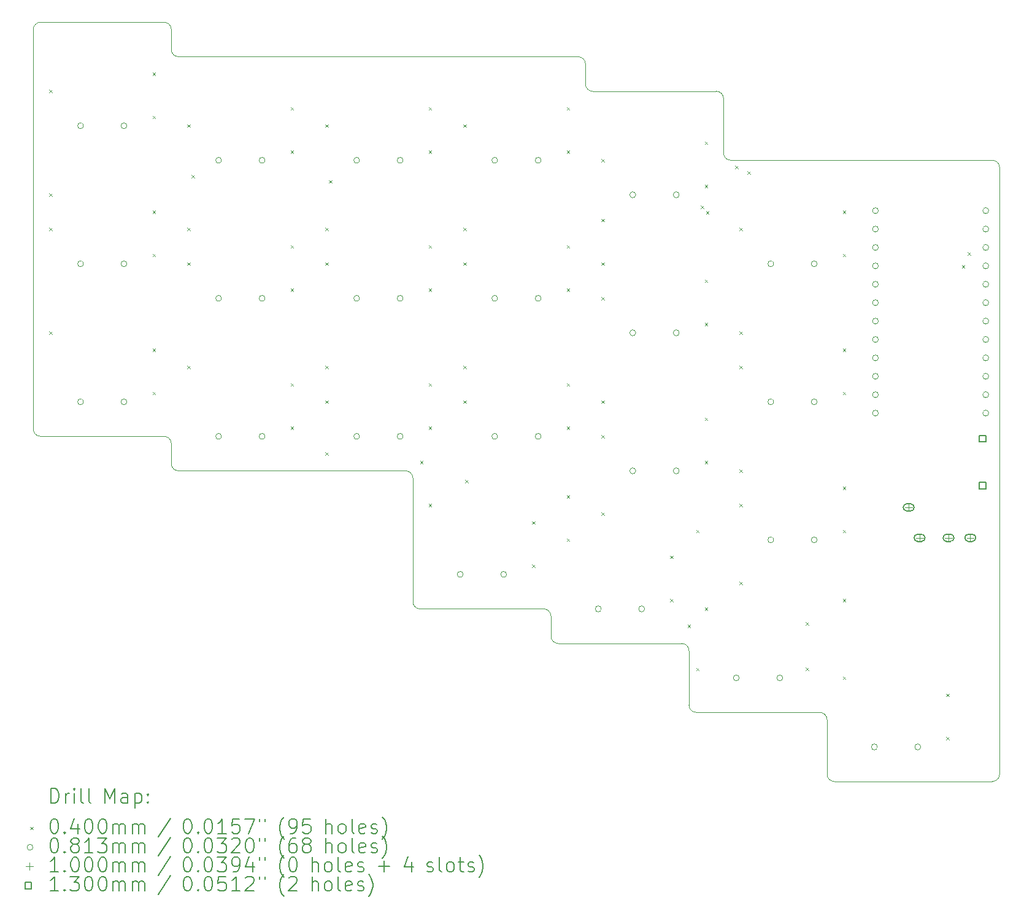
<source format=gbr>
%TF.GenerationSoftware,KiCad,Pcbnew,(7.0.0)*%
%TF.CreationDate,2023-04-23T18:47:40+09:00*%
%TF.ProjectId,mysplit44_pcb_l,6d797370-6c69-4743-9434-5f7063625f6c,rev?*%
%TF.SameCoordinates,Original*%
%TF.FileFunction,Drillmap*%
%TF.FilePolarity,Positive*%
%FSLAX45Y45*%
G04 Gerber Fmt 4.5, Leading zero omitted, Abs format (unit mm)*
G04 Created by KiCad (PCBNEW (7.0.0)) date 2023-04-23 18:47:40*
%MOMM*%
%LPD*%
G01*
G04 APERTURE LIST*
%ADD10C,0.100000*%
%ADD11C,0.200000*%
%ADD12C,0.040000*%
%ADD13C,0.081280*%
%ADD14C,0.130000*%
G04 APERTURE END LIST*
D10*
X1905005Y-7758125D02*
G75*
G03*
X2005000Y-7858125I99995J-5D01*
G01*
X3810000Y-7958125D02*
X3810000Y-8234375D01*
X10953755Y-11568125D02*
G75*
G03*
X11053750Y-11668125I99995J-5D01*
G01*
X11430000Y-3195625D02*
X11430000Y-3948125D01*
X9148750Y-10715625D02*
X10853750Y-10715625D01*
X7143745Y-10139375D02*
G75*
G03*
X7243750Y-10239375I100005J5D01*
G01*
X9048750Y-10339375D02*
X9048750Y-10615625D01*
X2005000Y-7858125D02*
X3710000Y-7858125D01*
X3910000Y-2619375D02*
X9425000Y-2619375D01*
X3710000Y-2143125D02*
X2005000Y-2143125D01*
X10953745Y-10815625D02*
G75*
G03*
X10853750Y-10715625I-99995J5D01*
G01*
X10953750Y-10815625D02*
X10953750Y-11568125D01*
X3810000Y-2243125D02*
X3810000Y-2519375D01*
X3810005Y-2243125D02*
G75*
G03*
X3710000Y-2143125I-100005J-5D01*
G01*
X9525000Y-2719375D02*
X9525000Y-2995625D01*
X15140000Y-12620620D02*
G75*
G03*
X15240000Y-12520625I10J99990D01*
G01*
X3910000Y-8334375D02*
X7043750Y-8334375D01*
X12858750Y-11768125D02*
X12858750Y-12520625D01*
X9048755Y-10615625D02*
G75*
G03*
X9148750Y-10715625I99995J-5D01*
G01*
X9625000Y-3095625D02*
X11330000Y-3095625D01*
X12858745Y-11768125D02*
G75*
G03*
X12758750Y-11668125I-99995J5D01*
G01*
X7243750Y-10239375D02*
X8948750Y-10239375D01*
X3810005Y-8234375D02*
G75*
G03*
X3910000Y-8334375I99995J-5D01*
G01*
X12858755Y-12520625D02*
G75*
G03*
X12958750Y-12620625I99995J-5D01*
G01*
X9048745Y-10339375D02*
G75*
G03*
X8948750Y-10239375I-99995J5D01*
G01*
X11530000Y-4048125D02*
X15140000Y-4048125D01*
X9525005Y-2995625D02*
G75*
G03*
X9625000Y-3095625I99995J-5D01*
G01*
X11053750Y-11668125D02*
X12758750Y-11668125D01*
X15239995Y-4148125D02*
G75*
G03*
X15140000Y-4048125I-99995J5D01*
G01*
X3810005Y-2519375D02*
G75*
G03*
X3910000Y-2619375I99995J-5D01*
G01*
X7143750Y-8434375D02*
X7143750Y-10139375D01*
X2005000Y-2143125D02*
G75*
G03*
X1905000Y-2243125I-8J-99992D01*
G01*
X11429995Y-3948125D02*
G75*
G03*
X11530000Y-4048125I100005J5D01*
G01*
X12958750Y-12620625D02*
X15140000Y-12620625D01*
X1905000Y-2243125D02*
X1905000Y-7758125D01*
X7143745Y-8434375D02*
G75*
G03*
X7043750Y-8334375I-99995J5D01*
G01*
X3810005Y-7958125D02*
G75*
G03*
X3710000Y-7858125I-100005J-5D01*
G01*
X11430005Y-3195625D02*
G75*
G03*
X11330000Y-3095625I-100005J-5D01*
G01*
X9524995Y-2719375D02*
G75*
G03*
X9425000Y-2619375I-99995J5D01*
G01*
X15240000Y-12520625D02*
X15240000Y-4148125D01*
D11*
D12*
X2123125Y-3075625D02*
X2163125Y-3115625D01*
X2163125Y-3075625D02*
X2123125Y-3115625D01*
X2123125Y-4504375D02*
X2163125Y-4544375D01*
X2163125Y-4504375D02*
X2123125Y-4544375D01*
X2123125Y-4980625D02*
X2163125Y-5020625D01*
X2163125Y-4980625D02*
X2123125Y-5020625D01*
X2123125Y-6409375D02*
X2163125Y-6449375D01*
X2163125Y-6409375D02*
X2123125Y-6449375D01*
X3551875Y-2837500D02*
X3591875Y-2877500D01*
X3591875Y-2837500D02*
X3551875Y-2877500D01*
X3551875Y-3432812D02*
X3591875Y-3472812D01*
X3591875Y-3432812D02*
X3551875Y-3472812D01*
X3551875Y-4742500D02*
X3591875Y-4782500D01*
X3591875Y-4742500D02*
X3551875Y-4782500D01*
X3551875Y-5337813D02*
X3591875Y-5377813D01*
X3591875Y-5337813D02*
X3551875Y-5377813D01*
X3551875Y-6647500D02*
X3591875Y-6687500D01*
X3591875Y-6647500D02*
X3551875Y-6687500D01*
X3551875Y-7242812D02*
X3591875Y-7282812D01*
X3591875Y-7242812D02*
X3551875Y-7282812D01*
X4028125Y-3551875D02*
X4068125Y-3591875D01*
X4068125Y-3551875D02*
X4028125Y-3591875D01*
X4028125Y-4980625D02*
X4068125Y-5020625D01*
X4068125Y-4980625D02*
X4028125Y-5020625D01*
X4028125Y-5456875D02*
X4068125Y-5496875D01*
X4068125Y-5456875D02*
X4028125Y-5496875D01*
X4028125Y-6885625D02*
X4068125Y-6925625D01*
X4068125Y-6885625D02*
X4028125Y-6925625D01*
X4087500Y-4250625D02*
X4127500Y-4290625D01*
X4127500Y-4250625D02*
X4087500Y-4290625D01*
X5456875Y-3313750D02*
X5496875Y-3353750D01*
X5496875Y-3313750D02*
X5456875Y-3353750D01*
X5456875Y-3909062D02*
X5496875Y-3949062D01*
X5496875Y-3909062D02*
X5456875Y-3949062D01*
X5456875Y-5218750D02*
X5496875Y-5258750D01*
X5496875Y-5218750D02*
X5456875Y-5258750D01*
X5456875Y-5814062D02*
X5496875Y-5854062D01*
X5496875Y-5814062D02*
X5456875Y-5854062D01*
X5456875Y-7123750D02*
X5496875Y-7163750D01*
X5496875Y-7123750D02*
X5456875Y-7163750D01*
X5456875Y-7719062D02*
X5496875Y-7759062D01*
X5496875Y-7719062D02*
X5456875Y-7759062D01*
X5933125Y-3551875D02*
X5973125Y-3591875D01*
X5973125Y-3551875D02*
X5933125Y-3591875D01*
X5933125Y-4980625D02*
X5973125Y-5020625D01*
X5973125Y-4980625D02*
X5933125Y-5020625D01*
X5933125Y-5456875D02*
X5973125Y-5496875D01*
X5973125Y-5456875D02*
X5933125Y-5496875D01*
X5933125Y-6885625D02*
X5973125Y-6925625D01*
X5973125Y-6885625D02*
X5933125Y-6925625D01*
X5933125Y-7361875D02*
X5973125Y-7401875D01*
X5973125Y-7361875D02*
X5933125Y-7401875D01*
X5933125Y-8076250D02*
X5973125Y-8116250D01*
X5973125Y-8076250D02*
X5933125Y-8116250D01*
X5987500Y-4323075D02*
X6027500Y-4363075D01*
X6027500Y-4323075D02*
X5987500Y-4363075D01*
X7242812Y-8195312D02*
X7282812Y-8235312D01*
X7282812Y-8195312D02*
X7242812Y-8235312D01*
X7361875Y-3313750D02*
X7401875Y-3353750D01*
X7401875Y-3313750D02*
X7361875Y-3353750D01*
X7361875Y-3909062D02*
X7401875Y-3949062D01*
X7401875Y-3909062D02*
X7361875Y-3949062D01*
X7361875Y-5218750D02*
X7401875Y-5258750D01*
X7401875Y-5218750D02*
X7361875Y-5258750D01*
X7361875Y-5814062D02*
X7401875Y-5854062D01*
X7401875Y-5814062D02*
X7361875Y-5854062D01*
X7361875Y-7123750D02*
X7401875Y-7163750D01*
X7401875Y-7123750D02*
X7361875Y-7163750D01*
X7361875Y-7719062D02*
X7401875Y-7759062D01*
X7401875Y-7719062D02*
X7361875Y-7759062D01*
X7361875Y-8790625D02*
X7401875Y-8830625D01*
X7401875Y-8790625D02*
X7361875Y-8830625D01*
X7838125Y-3551875D02*
X7878125Y-3591875D01*
X7878125Y-3551875D02*
X7838125Y-3591875D01*
X7838125Y-4980625D02*
X7878125Y-5020625D01*
X7878125Y-4980625D02*
X7838125Y-5020625D01*
X7838125Y-5456875D02*
X7878125Y-5496875D01*
X7878125Y-5456875D02*
X7838125Y-5496875D01*
X7838125Y-6885625D02*
X7878125Y-6925625D01*
X7878125Y-6885625D02*
X7838125Y-6925625D01*
X7838125Y-7361875D02*
X7878125Y-7401875D01*
X7878125Y-7361875D02*
X7838125Y-7401875D01*
X7862812Y-8458125D02*
X7902812Y-8498125D01*
X7902812Y-8458125D02*
X7862812Y-8498125D01*
X8790625Y-9028750D02*
X8830625Y-9068750D01*
X8830625Y-9028750D02*
X8790625Y-9068750D01*
X8790625Y-9624063D02*
X8830625Y-9664063D01*
X8830625Y-9624063D02*
X8790625Y-9664063D01*
X9266875Y-3313750D02*
X9306875Y-3353750D01*
X9306875Y-3313750D02*
X9266875Y-3353750D01*
X9266875Y-3909062D02*
X9306875Y-3949062D01*
X9306875Y-3909062D02*
X9266875Y-3949062D01*
X9266875Y-5218750D02*
X9306875Y-5258750D01*
X9306875Y-5218750D02*
X9266875Y-5258750D01*
X9266875Y-5814062D02*
X9306875Y-5854062D01*
X9306875Y-5814062D02*
X9266875Y-5854062D01*
X9266875Y-7123750D02*
X9306875Y-7163750D01*
X9306875Y-7123750D02*
X9266875Y-7163750D01*
X9266875Y-7719062D02*
X9306875Y-7759062D01*
X9306875Y-7719062D02*
X9266875Y-7759062D01*
X9266875Y-8671563D02*
X9306875Y-8711563D01*
X9306875Y-8671563D02*
X9266875Y-8711563D01*
X9266875Y-9266875D02*
X9306875Y-9306875D01*
X9306875Y-9266875D02*
X9266875Y-9306875D01*
X9743125Y-4028125D02*
X9783125Y-4068125D01*
X9783125Y-4028125D02*
X9743125Y-4068125D01*
X9743125Y-4855625D02*
X9783125Y-4895625D01*
X9783125Y-4855625D02*
X9743125Y-4895625D01*
X9743125Y-5456875D02*
X9783125Y-5496875D01*
X9783125Y-5456875D02*
X9743125Y-5496875D01*
X9743125Y-5933125D02*
X9783125Y-5973125D01*
X9783125Y-5933125D02*
X9743125Y-5973125D01*
X9743125Y-7361875D02*
X9783125Y-7401875D01*
X9783125Y-7361875D02*
X9743125Y-7401875D01*
X9743125Y-7838125D02*
X9783125Y-7878125D01*
X9783125Y-7838125D02*
X9743125Y-7878125D01*
X9743125Y-8909688D02*
X9783125Y-8949688D01*
X9783125Y-8909688D02*
X9743125Y-8949688D01*
X10695625Y-9505000D02*
X10735625Y-9545000D01*
X10735625Y-9505000D02*
X10695625Y-9545000D01*
X10695625Y-10100313D02*
X10735625Y-10140313D01*
X10735625Y-10100313D02*
X10695625Y-10140313D01*
X10933750Y-10457500D02*
X10973750Y-10497500D01*
X10973750Y-10457500D02*
X10933750Y-10497500D01*
X11052813Y-9147813D02*
X11092813Y-9187813D01*
X11092813Y-9147813D02*
X11052813Y-9187813D01*
X11052813Y-11052813D02*
X11092813Y-11092813D01*
X11092813Y-11052813D02*
X11052813Y-11092813D01*
X11116598Y-4673075D02*
X11156598Y-4713075D01*
X11156598Y-4673075D02*
X11116598Y-4713075D01*
X11171875Y-3790000D02*
X11211875Y-3830000D01*
X11211875Y-3790000D02*
X11171875Y-3830000D01*
X11171875Y-4385313D02*
X11211875Y-4425313D01*
X11211875Y-4385313D02*
X11171875Y-4425313D01*
X11171875Y-5695000D02*
X11211875Y-5735000D01*
X11211875Y-5695000D02*
X11171875Y-5735000D01*
X11171875Y-6290312D02*
X11211875Y-6330312D01*
X11211875Y-6290312D02*
X11171875Y-6330312D01*
X11171875Y-7600000D02*
X11211875Y-7640000D01*
X11211875Y-7600000D02*
X11171875Y-7640000D01*
X11171875Y-8195312D02*
X11211875Y-8235312D01*
X11211875Y-8195312D02*
X11171875Y-8235312D01*
X11171875Y-10219375D02*
X11211875Y-10259375D01*
X11211875Y-10219375D02*
X11171875Y-10259375D01*
X11187500Y-4750625D02*
X11227500Y-4790625D01*
X11227500Y-4750625D02*
X11187500Y-4790625D01*
X11587500Y-4125625D02*
X11627500Y-4165625D01*
X11627500Y-4125625D02*
X11587500Y-4165625D01*
X11648125Y-4980625D02*
X11688125Y-5020625D01*
X11688125Y-4980625D02*
X11648125Y-5020625D01*
X11648125Y-6409375D02*
X11688125Y-6449375D01*
X11688125Y-6409375D02*
X11648125Y-6449375D01*
X11648125Y-6885625D02*
X11688125Y-6925625D01*
X11688125Y-6885625D02*
X11648125Y-6925625D01*
X11648125Y-8314375D02*
X11688125Y-8354375D01*
X11688125Y-8314375D02*
X11648125Y-8354375D01*
X11648125Y-8790625D02*
X11688125Y-8830625D01*
X11688125Y-8790625D02*
X11648125Y-8830625D01*
X11648125Y-9862188D02*
X11688125Y-9902188D01*
X11688125Y-9862188D02*
X11648125Y-9902188D01*
X11762500Y-4200625D02*
X11802500Y-4240625D01*
X11802500Y-4200625D02*
X11762500Y-4240625D01*
X12562500Y-11050625D02*
X12602500Y-11090625D01*
X12602500Y-11050625D02*
X12562500Y-11090625D01*
X12565625Y-10422500D02*
X12605625Y-10462500D01*
X12605625Y-10422500D02*
X12565625Y-10462500D01*
X13076875Y-4742500D02*
X13116875Y-4782500D01*
X13116875Y-4742500D02*
X13076875Y-4782500D01*
X13076875Y-5337813D02*
X13116875Y-5377813D01*
X13116875Y-5337813D02*
X13076875Y-5377813D01*
X13076875Y-6647500D02*
X13116875Y-6687500D01*
X13116875Y-6647500D02*
X13076875Y-6687500D01*
X13076875Y-7242812D02*
X13116875Y-7282812D01*
X13116875Y-7242812D02*
X13076875Y-7282812D01*
X13076875Y-8552500D02*
X13116875Y-8592500D01*
X13116875Y-8552500D02*
X13076875Y-8592500D01*
X13076875Y-9147813D02*
X13116875Y-9187813D01*
X13116875Y-9147813D02*
X13076875Y-9187813D01*
X13076875Y-10100313D02*
X13116875Y-10140313D01*
X13116875Y-10100313D02*
X13076875Y-10140313D01*
X13076875Y-11171875D02*
X13116875Y-11211875D01*
X13116875Y-11171875D02*
X13076875Y-11211875D01*
X14505625Y-11410000D02*
X14545625Y-11450000D01*
X14545625Y-11410000D02*
X14505625Y-11450000D01*
X14505625Y-12005312D02*
X14545625Y-12045312D01*
X14545625Y-12005312D02*
X14505625Y-12045312D01*
X14717500Y-5495625D02*
X14757500Y-5535625D01*
X14757500Y-5495625D02*
X14717500Y-5535625D01*
X14797500Y-5316400D02*
X14837500Y-5356400D01*
X14837500Y-5316400D02*
X14797500Y-5356400D01*
D13*
X2598140Y-3571875D02*
G75*
G03*
X2598140Y-3571875I-40640J0D01*
G01*
X2598140Y-5476875D02*
G75*
G03*
X2598140Y-5476875I-40640J0D01*
G01*
X2598140Y-7381875D02*
G75*
G03*
X2598140Y-7381875I-40640J0D01*
G01*
X3198140Y-3571875D02*
G75*
G03*
X3198140Y-3571875I-40640J0D01*
G01*
X3198140Y-5476875D02*
G75*
G03*
X3198140Y-5476875I-40640J0D01*
G01*
X3198140Y-7381875D02*
G75*
G03*
X3198140Y-7381875I-40640J0D01*
G01*
X4503140Y-4048125D02*
G75*
G03*
X4503140Y-4048125I-40640J0D01*
G01*
X4503140Y-5953125D02*
G75*
G03*
X4503140Y-5953125I-40640J0D01*
G01*
X4503140Y-7858125D02*
G75*
G03*
X4503140Y-7858125I-40640J0D01*
G01*
X5103140Y-4048125D02*
G75*
G03*
X5103140Y-4048125I-40640J0D01*
G01*
X5103140Y-5953125D02*
G75*
G03*
X5103140Y-5953125I-40640J0D01*
G01*
X5103140Y-7858125D02*
G75*
G03*
X5103140Y-7858125I-40640J0D01*
G01*
X6408140Y-4048125D02*
G75*
G03*
X6408140Y-4048125I-40640J0D01*
G01*
X6408140Y-5953125D02*
G75*
G03*
X6408140Y-5953125I-40640J0D01*
G01*
X6408140Y-7858125D02*
G75*
G03*
X6408140Y-7858125I-40640J0D01*
G01*
X7008140Y-4048125D02*
G75*
G03*
X7008140Y-4048125I-40640J0D01*
G01*
X7008140Y-5953125D02*
G75*
G03*
X7008140Y-5953125I-40640J0D01*
G01*
X7008140Y-7858125D02*
G75*
G03*
X7008140Y-7858125I-40640J0D01*
G01*
X7836890Y-9763125D02*
G75*
G03*
X7836890Y-9763125I-40640J0D01*
G01*
X8313140Y-4048125D02*
G75*
G03*
X8313140Y-4048125I-40640J0D01*
G01*
X8313140Y-5953125D02*
G75*
G03*
X8313140Y-5953125I-40640J0D01*
G01*
X8313140Y-7858125D02*
G75*
G03*
X8313140Y-7858125I-40640J0D01*
G01*
X8436890Y-9763125D02*
G75*
G03*
X8436890Y-9763125I-40640J0D01*
G01*
X8913140Y-4048125D02*
G75*
G03*
X8913140Y-4048125I-40640J0D01*
G01*
X8913140Y-5953125D02*
G75*
G03*
X8913140Y-5953125I-40640J0D01*
G01*
X8913140Y-7858125D02*
G75*
G03*
X8913140Y-7858125I-40640J0D01*
G01*
X9741890Y-10239375D02*
G75*
G03*
X9741890Y-10239375I-40640J0D01*
G01*
X10218140Y-4524375D02*
G75*
G03*
X10218140Y-4524375I-40640J0D01*
G01*
X10218140Y-6429375D02*
G75*
G03*
X10218140Y-6429375I-40640J0D01*
G01*
X10218140Y-8334375D02*
G75*
G03*
X10218140Y-8334375I-40640J0D01*
G01*
X10341890Y-10239375D02*
G75*
G03*
X10341890Y-10239375I-40640J0D01*
G01*
X10818140Y-4524375D02*
G75*
G03*
X10818140Y-4524375I-40640J0D01*
G01*
X10818140Y-6429375D02*
G75*
G03*
X10818140Y-6429375I-40640J0D01*
G01*
X10818140Y-8334375D02*
G75*
G03*
X10818140Y-8334375I-40640J0D01*
G01*
X11646890Y-11191875D02*
G75*
G03*
X11646890Y-11191875I-40640J0D01*
G01*
X12123140Y-5476875D02*
G75*
G03*
X12123140Y-5476875I-40640J0D01*
G01*
X12123140Y-7381875D02*
G75*
G03*
X12123140Y-7381875I-40640J0D01*
G01*
X12123140Y-9286875D02*
G75*
G03*
X12123140Y-9286875I-40640J0D01*
G01*
X12246890Y-11191875D02*
G75*
G03*
X12246890Y-11191875I-40640J0D01*
G01*
X12723140Y-5476875D02*
G75*
G03*
X12723140Y-5476875I-40640J0D01*
G01*
X12723140Y-7381875D02*
G75*
G03*
X12723140Y-7381875I-40640J0D01*
G01*
X12723140Y-9286875D02*
G75*
G03*
X12723140Y-9286875I-40640J0D01*
G01*
X13551890Y-12144375D02*
G75*
G03*
X13551890Y-12144375I-40640J0D01*
G01*
X13567280Y-4743450D02*
G75*
G03*
X13567280Y-4743450I-40640J0D01*
G01*
X13567280Y-4997450D02*
G75*
G03*
X13567280Y-4997450I-40640J0D01*
G01*
X13567280Y-5251450D02*
G75*
G03*
X13567280Y-5251450I-40640J0D01*
G01*
X13567280Y-5505450D02*
G75*
G03*
X13567280Y-5505450I-40640J0D01*
G01*
X13567280Y-5759450D02*
G75*
G03*
X13567280Y-5759450I-40640J0D01*
G01*
X13567280Y-6013450D02*
G75*
G03*
X13567280Y-6013450I-40640J0D01*
G01*
X13567280Y-6267450D02*
G75*
G03*
X13567280Y-6267450I-40640J0D01*
G01*
X13567280Y-6521450D02*
G75*
G03*
X13567280Y-6521450I-40640J0D01*
G01*
X13567280Y-6775450D02*
G75*
G03*
X13567280Y-6775450I-40640J0D01*
G01*
X13567280Y-7029450D02*
G75*
G03*
X13567280Y-7029450I-40640J0D01*
G01*
X13567280Y-7283450D02*
G75*
G03*
X13567280Y-7283450I-40640J0D01*
G01*
X13567280Y-7537450D02*
G75*
G03*
X13567280Y-7537450I-40640J0D01*
G01*
X14151890Y-12144375D02*
G75*
G03*
X14151890Y-12144375I-40640J0D01*
G01*
X15089280Y-4743450D02*
G75*
G03*
X15089280Y-4743450I-40640J0D01*
G01*
X15089280Y-4997450D02*
G75*
G03*
X15089280Y-4997450I-40640J0D01*
G01*
X15089280Y-5251450D02*
G75*
G03*
X15089280Y-5251450I-40640J0D01*
G01*
X15089280Y-5505450D02*
G75*
G03*
X15089280Y-5505450I-40640J0D01*
G01*
X15089280Y-5759450D02*
G75*
G03*
X15089280Y-5759450I-40640J0D01*
G01*
X15089280Y-6013450D02*
G75*
G03*
X15089280Y-6013450I-40640J0D01*
G01*
X15089280Y-6267450D02*
G75*
G03*
X15089280Y-6267450I-40640J0D01*
G01*
X15089280Y-6521450D02*
G75*
G03*
X15089280Y-6521450I-40640J0D01*
G01*
X15089280Y-6775450D02*
G75*
G03*
X15089280Y-6775450I-40640J0D01*
G01*
X15089280Y-7029450D02*
G75*
G03*
X15089280Y-7029450I-40640J0D01*
G01*
X15089280Y-7283450D02*
G75*
G03*
X15089280Y-7283450I-40640J0D01*
G01*
X15089280Y-7537450D02*
G75*
G03*
X15089280Y-7537450I-40640J0D01*
G01*
D10*
X13985625Y-8788750D02*
X13985625Y-8888750D01*
X13935625Y-8838750D02*
X14035625Y-8838750D01*
D11*
X14010625Y-8788750D02*
X13960625Y-8788750D01*
X13960625Y-8788750D02*
G75*
G03*
X13960625Y-8888750I0J-50000D01*
G01*
X13960625Y-8888750D02*
X14010625Y-8888750D01*
X14010625Y-8888750D02*
G75*
G03*
X14010625Y-8788750I0J50000D01*
G01*
D10*
X14135625Y-9208750D02*
X14135625Y-9308750D01*
X14085625Y-9258750D02*
X14185625Y-9258750D01*
D11*
X14160625Y-9208750D02*
X14110625Y-9208750D01*
X14110625Y-9208750D02*
G75*
G03*
X14110625Y-9308750I0J-50000D01*
G01*
X14110625Y-9308750D02*
X14160625Y-9308750D01*
X14160625Y-9308750D02*
G75*
G03*
X14160625Y-9208750I0J50000D01*
G01*
D10*
X14535625Y-9208750D02*
X14535625Y-9308750D01*
X14485625Y-9258750D02*
X14585625Y-9258750D01*
D11*
X14560625Y-9208750D02*
X14510625Y-9208750D01*
X14510625Y-9208750D02*
G75*
G03*
X14510625Y-9308750I0J-50000D01*
G01*
X14510625Y-9308750D02*
X14560625Y-9308750D01*
X14560625Y-9308750D02*
G75*
G03*
X14560625Y-9208750I0J50000D01*
G01*
D10*
X14835625Y-9208750D02*
X14835625Y-9308750D01*
X14785625Y-9258750D02*
X14885625Y-9258750D01*
D11*
X14860625Y-9208750D02*
X14810625Y-9208750D01*
X14810625Y-9208750D02*
G75*
G03*
X14810625Y-9308750I0J-50000D01*
G01*
X14810625Y-9308750D02*
X14860625Y-9308750D01*
X14860625Y-9308750D02*
G75*
G03*
X14860625Y-9208750I0J50000D01*
G01*
D14*
X15047837Y-7936275D02*
X15047837Y-7844350D01*
X14955913Y-7844350D01*
X14955913Y-7936275D01*
X15047837Y-7936275D01*
X15047837Y-8586275D02*
X15047837Y-8494350D01*
X14955913Y-8494350D01*
X14955913Y-8586275D01*
X15047837Y-8586275D01*
D11*
X2147619Y-12919101D02*
X2147619Y-12719101D01*
X2147619Y-12719101D02*
X2195238Y-12719101D01*
X2195238Y-12719101D02*
X2223810Y-12728625D01*
X2223810Y-12728625D02*
X2242857Y-12747673D01*
X2242857Y-12747673D02*
X2252381Y-12766720D01*
X2252381Y-12766720D02*
X2261905Y-12804815D01*
X2261905Y-12804815D02*
X2261905Y-12833387D01*
X2261905Y-12833387D02*
X2252381Y-12871482D01*
X2252381Y-12871482D02*
X2242857Y-12890530D01*
X2242857Y-12890530D02*
X2223810Y-12909577D01*
X2223810Y-12909577D02*
X2195238Y-12919101D01*
X2195238Y-12919101D02*
X2147619Y-12919101D01*
X2347619Y-12919101D02*
X2347619Y-12785768D01*
X2347619Y-12823863D02*
X2357143Y-12804815D01*
X2357143Y-12804815D02*
X2366667Y-12795292D01*
X2366667Y-12795292D02*
X2385714Y-12785768D01*
X2385714Y-12785768D02*
X2404762Y-12785768D01*
X2471429Y-12919101D02*
X2471429Y-12785768D01*
X2471429Y-12719101D02*
X2461905Y-12728625D01*
X2461905Y-12728625D02*
X2471429Y-12738149D01*
X2471429Y-12738149D02*
X2480952Y-12728625D01*
X2480952Y-12728625D02*
X2471429Y-12719101D01*
X2471429Y-12719101D02*
X2471429Y-12738149D01*
X2595238Y-12919101D02*
X2576190Y-12909577D01*
X2576190Y-12909577D02*
X2566667Y-12890530D01*
X2566667Y-12890530D02*
X2566667Y-12719101D01*
X2700000Y-12919101D02*
X2680952Y-12909577D01*
X2680952Y-12909577D02*
X2671429Y-12890530D01*
X2671429Y-12890530D02*
X2671429Y-12719101D01*
X2896190Y-12919101D02*
X2896190Y-12719101D01*
X2896190Y-12719101D02*
X2962857Y-12861958D01*
X2962857Y-12861958D02*
X3029524Y-12719101D01*
X3029524Y-12719101D02*
X3029524Y-12919101D01*
X3210476Y-12919101D02*
X3210476Y-12814339D01*
X3210476Y-12814339D02*
X3200952Y-12795292D01*
X3200952Y-12795292D02*
X3181905Y-12785768D01*
X3181905Y-12785768D02*
X3143809Y-12785768D01*
X3143809Y-12785768D02*
X3124762Y-12795292D01*
X3210476Y-12909577D02*
X3191428Y-12919101D01*
X3191428Y-12919101D02*
X3143809Y-12919101D01*
X3143809Y-12919101D02*
X3124762Y-12909577D01*
X3124762Y-12909577D02*
X3115238Y-12890530D01*
X3115238Y-12890530D02*
X3115238Y-12871482D01*
X3115238Y-12871482D02*
X3124762Y-12852434D01*
X3124762Y-12852434D02*
X3143809Y-12842911D01*
X3143809Y-12842911D02*
X3191428Y-12842911D01*
X3191428Y-12842911D02*
X3210476Y-12833387D01*
X3305714Y-12785768D02*
X3305714Y-12985768D01*
X3305714Y-12795292D02*
X3324762Y-12785768D01*
X3324762Y-12785768D02*
X3362857Y-12785768D01*
X3362857Y-12785768D02*
X3381905Y-12795292D01*
X3381905Y-12795292D02*
X3391428Y-12804815D01*
X3391428Y-12804815D02*
X3400952Y-12823863D01*
X3400952Y-12823863D02*
X3400952Y-12881006D01*
X3400952Y-12881006D02*
X3391428Y-12900053D01*
X3391428Y-12900053D02*
X3381905Y-12909577D01*
X3381905Y-12909577D02*
X3362857Y-12919101D01*
X3362857Y-12919101D02*
X3324762Y-12919101D01*
X3324762Y-12919101D02*
X3305714Y-12909577D01*
X3486667Y-12900053D02*
X3496190Y-12909577D01*
X3496190Y-12909577D02*
X3486667Y-12919101D01*
X3486667Y-12919101D02*
X3477143Y-12909577D01*
X3477143Y-12909577D02*
X3486667Y-12900053D01*
X3486667Y-12900053D02*
X3486667Y-12919101D01*
X3486667Y-12795292D02*
X3496190Y-12804815D01*
X3496190Y-12804815D02*
X3486667Y-12814339D01*
X3486667Y-12814339D02*
X3477143Y-12804815D01*
X3477143Y-12804815D02*
X3486667Y-12795292D01*
X3486667Y-12795292D02*
X3486667Y-12814339D01*
D12*
X1860000Y-13245625D02*
X1900000Y-13285625D01*
X1900000Y-13245625D02*
X1860000Y-13285625D01*
D11*
X2185714Y-13139101D02*
X2204762Y-13139101D01*
X2204762Y-13139101D02*
X2223810Y-13148625D01*
X2223810Y-13148625D02*
X2233333Y-13158149D01*
X2233333Y-13158149D02*
X2242857Y-13177196D01*
X2242857Y-13177196D02*
X2252381Y-13215292D01*
X2252381Y-13215292D02*
X2252381Y-13262911D01*
X2252381Y-13262911D02*
X2242857Y-13301006D01*
X2242857Y-13301006D02*
X2233333Y-13320053D01*
X2233333Y-13320053D02*
X2223810Y-13329577D01*
X2223810Y-13329577D02*
X2204762Y-13339101D01*
X2204762Y-13339101D02*
X2185714Y-13339101D01*
X2185714Y-13339101D02*
X2166667Y-13329577D01*
X2166667Y-13329577D02*
X2157143Y-13320053D01*
X2157143Y-13320053D02*
X2147619Y-13301006D01*
X2147619Y-13301006D02*
X2138095Y-13262911D01*
X2138095Y-13262911D02*
X2138095Y-13215292D01*
X2138095Y-13215292D02*
X2147619Y-13177196D01*
X2147619Y-13177196D02*
X2157143Y-13158149D01*
X2157143Y-13158149D02*
X2166667Y-13148625D01*
X2166667Y-13148625D02*
X2185714Y-13139101D01*
X2338095Y-13320053D02*
X2347619Y-13329577D01*
X2347619Y-13329577D02*
X2338095Y-13339101D01*
X2338095Y-13339101D02*
X2328571Y-13329577D01*
X2328571Y-13329577D02*
X2338095Y-13320053D01*
X2338095Y-13320053D02*
X2338095Y-13339101D01*
X2519048Y-13205768D02*
X2519048Y-13339101D01*
X2471429Y-13129577D02*
X2423810Y-13272434D01*
X2423810Y-13272434D02*
X2547619Y-13272434D01*
X2661905Y-13139101D02*
X2680952Y-13139101D01*
X2680952Y-13139101D02*
X2700000Y-13148625D01*
X2700000Y-13148625D02*
X2709524Y-13158149D01*
X2709524Y-13158149D02*
X2719048Y-13177196D01*
X2719048Y-13177196D02*
X2728571Y-13215292D01*
X2728571Y-13215292D02*
X2728571Y-13262911D01*
X2728571Y-13262911D02*
X2719048Y-13301006D01*
X2719048Y-13301006D02*
X2709524Y-13320053D01*
X2709524Y-13320053D02*
X2700000Y-13329577D01*
X2700000Y-13329577D02*
X2680952Y-13339101D01*
X2680952Y-13339101D02*
X2661905Y-13339101D01*
X2661905Y-13339101D02*
X2642857Y-13329577D01*
X2642857Y-13329577D02*
X2633333Y-13320053D01*
X2633333Y-13320053D02*
X2623810Y-13301006D01*
X2623810Y-13301006D02*
X2614286Y-13262911D01*
X2614286Y-13262911D02*
X2614286Y-13215292D01*
X2614286Y-13215292D02*
X2623810Y-13177196D01*
X2623810Y-13177196D02*
X2633333Y-13158149D01*
X2633333Y-13158149D02*
X2642857Y-13148625D01*
X2642857Y-13148625D02*
X2661905Y-13139101D01*
X2852381Y-13139101D02*
X2871429Y-13139101D01*
X2871429Y-13139101D02*
X2890476Y-13148625D01*
X2890476Y-13148625D02*
X2900000Y-13158149D01*
X2900000Y-13158149D02*
X2909524Y-13177196D01*
X2909524Y-13177196D02*
X2919048Y-13215292D01*
X2919048Y-13215292D02*
X2919048Y-13262911D01*
X2919048Y-13262911D02*
X2909524Y-13301006D01*
X2909524Y-13301006D02*
X2900000Y-13320053D01*
X2900000Y-13320053D02*
X2890476Y-13329577D01*
X2890476Y-13329577D02*
X2871429Y-13339101D01*
X2871429Y-13339101D02*
X2852381Y-13339101D01*
X2852381Y-13339101D02*
X2833333Y-13329577D01*
X2833333Y-13329577D02*
X2823809Y-13320053D01*
X2823809Y-13320053D02*
X2814286Y-13301006D01*
X2814286Y-13301006D02*
X2804762Y-13262911D01*
X2804762Y-13262911D02*
X2804762Y-13215292D01*
X2804762Y-13215292D02*
X2814286Y-13177196D01*
X2814286Y-13177196D02*
X2823809Y-13158149D01*
X2823809Y-13158149D02*
X2833333Y-13148625D01*
X2833333Y-13148625D02*
X2852381Y-13139101D01*
X3004762Y-13339101D02*
X3004762Y-13205768D01*
X3004762Y-13224815D02*
X3014286Y-13215292D01*
X3014286Y-13215292D02*
X3033333Y-13205768D01*
X3033333Y-13205768D02*
X3061905Y-13205768D01*
X3061905Y-13205768D02*
X3080952Y-13215292D01*
X3080952Y-13215292D02*
X3090476Y-13234339D01*
X3090476Y-13234339D02*
X3090476Y-13339101D01*
X3090476Y-13234339D02*
X3100000Y-13215292D01*
X3100000Y-13215292D02*
X3119048Y-13205768D01*
X3119048Y-13205768D02*
X3147619Y-13205768D01*
X3147619Y-13205768D02*
X3166667Y-13215292D01*
X3166667Y-13215292D02*
X3176190Y-13234339D01*
X3176190Y-13234339D02*
X3176190Y-13339101D01*
X3271429Y-13339101D02*
X3271429Y-13205768D01*
X3271429Y-13224815D02*
X3280952Y-13215292D01*
X3280952Y-13215292D02*
X3300000Y-13205768D01*
X3300000Y-13205768D02*
X3328571Y-13205768D01*
X3328571Y-13205768D02*
X3347619Y-13215292D01*
X3347619Y-13215292D02*
X3357143Y-13234339D01*
X3357143Y-13234339D02*
X3357143Y-13339101D01*
X3357143Y-13234339D02*
X3366667Y-13215292D01*
X3366667Y-13215292D02*
X3385714Y-13205768D01*
X3385714Y-13205768D02*
X3414286Y-13205768D01*
X3414286Y-13205768D02*
X3433333Y-13215292D01*
X3433333Y-13215292D02*
X3442857Y-13234339D01*
X3442857Y-13234339D02*
X3442857Y-13339101D01*
X3800952Y-13129577D02*
X3629524Y-13386720D01*
X4025714Y-13139101D02*
X4044762Y-13139101D01*
X4044762Y-13139101D02*
X4063810Y-13148625D01*
X4063810Y-13148625D02*
X4073333Y-13158149D01*
X4073333Y-13158149D02*
X4082857Y-13177196D01*
X4082857Y-13177196D02*
X4092381Y-13215292D01*
X4092381Y-13215292D02*
X4092381Y-13262911D01*
X4092381Y-13262911D02*
X4082857Y-13301006D01*
X4082857Y-13301006D02*
X4073333Y-13320053D01*
X4073333Y-13320053D02*
X4063810Y-13329577D01*
X4063810Y-13329577D02*
X4044762Y-13339101D01*
X4044762Y-13339101D02*
X4025714Y-13339101D01*
X4025714Y-13339101D02*
X4006667Y-13329577D01*
X4006667Y-13329577D02*
X3997143Y-13320053D01*
X3997143Y-13320053D02*
X3987619Y-13301006D01*
X3987619Y-13301006D02*
X3978095Y-13262911D01*
X3978095Y-13262911D02*
X3978095Y-13215292D01*
X3978095Y-13215292D02*
X3987619Y-13177196D01*
X3987619Y-13177196D02*
X3997143Y-13158149D01*
X3997143Y-13158149D02*
X4006667Y-13148625D01*
X4006667Y-13148625D02*
X4025714Y-13139101D01*
X4178095Y-13320053D02*
X4187619Y-13329577D01*
X4187619Y-13329577D02*
X4178095Y-13339101D01*
X4178095Y-13339101D02*
X4168571Y-13329577D01*
X4168571Y-13329577D02*
X4178095Y-13320053D01*
X4178095Y-13320053D02*
X4178095Y-13339101D01*
X4311429Y-13139101D02*
X4330476Y-13139101D01*
X4330476Y-13139101D02*
X4349524Y-13148625D01*
X4349524Y-13148625D02*
X4359048Y-13158149D01*
X4359048Y-13158149D02*
X4368572Y-13177196D01*
X4368572Y-13177196D02*
X4378095Y-13215292D01*
X4378095Y-13215292D02*
X4378095Y-13262911D01*
X4378095Y-13262911D02*
X4368572Y-13301006D01*
X4368572Y-13301006D02*
X4359048Y-13320053D01*
X4359048Y-13320053D02*
X4349524Y-13329577D01*
X4349524Y-13329577D02*
X4330476Y-13339101D01*
X4330476Y-13339101D02*
X4311429Y-13339101D01*
X4311429Y-13339101D02*
X4292381Y-13329577D01*
X4292381Y-13329577D02*
X4282857Y-13320053D01*
X4282857Y-13320053D02*
X4273333Y-13301006D01*
X4273333Y-13301006D02*
X4263810Y-13262911D01*
X4263810Y-13262911D02*
X4263810Y-13215292D01*
X4263810Y-13215292D02*
X4273333Y-13177196D01*
X4273333Y-13177196D02*
X4282857Y-13158149D01*
X4282857Y-13158149D02*
X4292381Y-13148625D01*
X4292381Y-13148625D02*
X4311429Y-13139101D01*
X4568572Y-13339101D02*
X4454286Y-13339101D01*
X4511429Y-13339101D02*
X4511429Y-13139101D01*
X4511429Y-13139101D02*
X4492381Y-13167673D01*
X4492381Y-13167673D02*
X4473333Y-13186720D01*
X4473333Y-13186720D02*
X4454286Y-13196244D01*
X4749524Y-13139101D02*
X4654286Y-13139101D01*
X4654286Y-13139101D02*
X4644762Y-13234339D01*
X4644762Y-13234339D02*
X4654286Y-13224815D01*
X4654286Y-13224815D02*
X4673333Y-13215292D01*
X4673333Y-13215292D02*
X4720953Y-13215292D01*
X4720953Y-13215292D02*
X4740000Y-13224815D01*
X4740000Y-13224815D02*
X4749524Y-13234339D01*
X4749524Y-13234339D02*
X4759048Y-13253387D01*
X4759048Y-13253387D02*
X4759048Y-13301006D01*
X4759048Y-13301006D02*
X4749524Y-13320053D01*
X4749524Y-13320053D02*
X4740000Y-13329577D01*
X4740000Y-13329577D02*
X4720953Y-13339101D01*
X4720953Y-13339101D02*
X4673333Y-13339101D01*
X4673333Y-13339101D02*
X4654286Y-13329577D01*
X4654286Y-13329577D02*
X4644762Y-13320053D01*
X4825714Y-13139101D02*
X4959048Y-13139101D01*
X4959048Y-13139101D02*
X4873333Y-13339101D01*
X5025714Y-13139101D02*
X5025714Y-13177196D01*
X5101905Y-13139101D02*
X5101905Y-13177196D01*
X5364762Y-13415292D02*
X5355238Y-13405768D01*
X5355238Y-13405768D02*
X5336191Y-13377196D01*
X5336191Y-13377196D02*
X5326667Y-13358149D01*
X5326667Y-13358149D02*
X5317143Y-13329577D01*
X5317143Y-13329577D02*
X5307619Y-13281958D01*
X5307619Y-13281958D02*
X5307619Y-13243863D01*
X5307619Y-13243863D02*
X5317143Y-13196244D01*
X5317143Y-13196244D02*
X5326667Y-13167673D01*
X5326667Y-13167673D02*
X5336191Y-13148625D01*
X5336191Y-13148625D02*
X5355238Y-13120053D01*
X5355238Y-13120053D02*
X5364762Y-13110530D01*
X5450476Y-13339101D02*
X5488572Y-13339101D01*
X5488572Y-13339101D02*
X5507619Y-13329577D01*
X5507619Y-13329577D02*
X5517143Y-13320053D01*
X5517143Y-13320053D02*
X5536191Y-13291482D01*
X5536191Y-13291482D02*
X5545714Y-13253387D01*
X5545714Y-13253387D02*
X5545714Y-13177196D01*
X5545714Y-13177196D02*
X5536191Y-13158149D01*
X5536191Y-13158149D02*
X5526667Y-13148625D01*
X5526667Y-13148625D02*
X5507619Y-13139101D01*
X5507619Y-13139101D02*
X5469524Y-13139101D01*
X5469524Y-13139101D02*
X5450476Y-13148625D01*
X5450476Y-13148625D02*
X5440953Y-13158149D01*
X5440953Y-13158149D02*
X5431429Y-13177196D01*
X5431429Y-13177196D02*
X5431429Y-13224815D01*
X5431429Y-13224815D02*
X5440953Y-13243863D01*
X5440953Y-13243863D02*
X5450476Y-13253387D01*
X5450476Y-13253387D02*
X5469524Y-13262911D01*
X5469524Y-13262911D02*
X5507619Y-13262911D01*
X5507619Y-13262911D02*
X5526667Y-13253387D01*
X5526667Y-13253387D02*
X5536191Y-13243863D01*
X5536191Y-13243863D02*
X5545714Y-13224815D01*
X5726667Y-13139101D02*
X5631429Y-13139101D01*
X5631429Y-13139101D02*
X5621905Y-13234339D01*
X5621905Y-13234339D02*
X5631429Y-13224815D01*
X5631429Y-13224815D02*
X5650476Y-13215292D01*
X5650476Y-13215292D02*
X5698095Y-13215292D01*
X5698095Y-13215292D02*
X5717143Y-13224815D01*
X5717143Y-13224815D02*
X5726667Y-13234339D01*
X5726667Y-13234339D02*
X5736191Y-13253387D01*
X5736191Y-13253387D02*
X5736191Y-13301006D01*
X5736191Y-13301006D02*
X5726667Y-13320053D01*
X5726667Y-13320053D02*
X5717143Y-13329577D01*
X5717143Y-13329577D02*
X5698095Y-13339101D01*
X5698095Y-13339101D02*
X5650476Y-13339101D01*
X5650476Y-13339101D02*
X5631429Y-13329577D01*
X5631429Y-13329577D02*
X5621905Y-13320053D01*
X5941905Y-13339101D02*
X5941905Y-13139101D01*
X6027619Y-13339101D02*
X6027619Y-13234339D01*
X6027619Y-13234339D02*
X6018095Y-13215292D01*
X6018095Y-13215292D02*
X5999048Y-13205768D01*
X5999048Y-13205768D02*
X5970476Y-13205768D01*
X5970476Y-13205768D02*
X5951429Y-13215292D01*
X5951429Y-13215292D02*
X5941905Y-13224815D01*
X6151429Y-13339101D02*
X6132381Y-13329577D01*
X6132381Y-13329577D02*
X6122857Y-13320053D01*
X6122857Y-13320053D02*
X6113333Y-13301006D01*
X6113333Y-13301006D02*
X6113333Y-13243863D01*
X6113333Y-13243863D02*
X6122857Y-13224815D01*
X6122857Y-13224815D02*
X6132381Y-13215292D01*
X6132381Y-13215292D02*
X6151429Y-13205768D01*
X6151429Y-13205768D02*
X6180000Y-13205768D01*
X6180000Y-13205768D02*
X6199048Y-13215292D01*
X6199048Y-13215292D02*
X6208572Y-13224815D01*
X6208572Y-13224815D02*
X6218095Y-13243863D01*
X6218095Y-13243863D02*
X6218095Y-13301006D01*
X6218095Y-13301006D02*
X6208572Y-13320053D01*
X6208572Y-13320053D02*
X6199048Y-13329577D01*
X6199048Y-13329577D02*
X6180000Y-13339101D01*
X6180000Y-13339101D02*
X6151429Y-13339101D01*
X6332381Y-13339101D02*
X6313333Y-13329577D01*
X6313333Y-13329577D02*
X6303810Y-13310530D01*
X6303810Y-13310530D02*
X6303810Y-13139101D01*
X6484762Y-13329577D02*
X6465714Y-13339101D01*
X6465714Y-13339101D02*
X6427619Y-13339101D01*
X6427619Y-13339101D02*
X6408572Y-13329577D01*
X6408572Y-13329577D02*
X6399048Y-13310530D01*
X6399048Y-13310530D02*
X6399048Y-13234339D01*
X6399048Y-13234339D02*
X6408572Y-13215292D01*
X6408572Y-13215292D02*
X6427619Y-13205768D01*
X6427619Y-13205768D02*
X6465714Y-13205768D01*
X6465714Y-13205768D02*
X6484762Y-13215292D01*
X6484762Y-13215292D02*
X6494286Y-13234339D01*
X6494286Y-13234339D02*
X6494286Y-13253387D01*
X6494286Y-13253387D02*
X6399048Y-13272434D01*
X6570476Y-13329577D02*
X6589524Y-13339101D01*
X6589524Y-13339101D02*
X6627619Y-13339101D01*
X6627619Y-13339101D02*
X6646667Y-13329577D01*
X6646667Y-13329577D02*
X6656191Y-13310530D01*
X6656191Y-13310530D02*
X6656191Y-13301006D01*
X6656191Y-13301006D02*
X6646667Y-13281958D01*
X6646667Y-13281958D02*
X6627619Y-13272434D01*
X6627619Y-13272434D02*
X6599048Y-13272434D01*
X6599048Y-13272434D02*
X6580000Y-13262911D01*
X6580000Y-13262911D02*
X6570476Y-13243863D01*
X6570476Y-13243863D02*
X6570476Y-13234339D01*
X6570476Y-13234339D02*
X6580000Y-13215292D01*
X6580000Y-13215292D02*
X6599048Y-13205768D01*
X6599048Y-13205768D02*
X6627619Y-13205768D01*
X6627619Y-13205768D02*
X6646667Y-13215292D01*
X6722857Y-13415292D02*
X6732381Y-13405768D01*
X6732381Y-13405768D02*
X6751429Y-13377196D01*
X6751429Y-13377196D02*
X6760953Y-13358149D01*
X6760953Y-13358149D02*
X6770476Y-13329577D01*
X6770476Y-13329577D02*
X6780000Y-13281958D01*
X6780000Y-13281958D02*
X6780000Y-13243863D01*
X6780000Y-13243863D02*
X6770476Y-13196244D01*
X6770476Y-13196244D02*
X6760953Y-13167673D01*
X6760953Y-13167673D02*
X6751429Y-13148625D01*
X6751429Y-13148625D02*
X6732381Y-13120053D01*
X6732381Y-13120053D02*
X6722857Y-13110530D01*
D13*
X1900000Y-13529625D02*
G75*
G03*
X1900000Y-13529625I-40640J0D01*
G01*
D11*
X2185714Y-13403101D02*
X2204762Y-13403101D01*
X2204762Y-13403101D02*
X2223810Y-13412625D01*
X2223810Y-13412625D02*
X2233333Y-13422149D01*
X2233333Y-13422149D02*
X2242857Y-13441196D01*
X2242857Y-13441196D02*
X2252381Y-13479292D01*
X2252381Y-13479292D02*
X2252381Y-13526911D01*
X2252381Y-13526911D02*
X2242857Y-13565006D01*
X2242857Y-13565006D02*
X2233333Y-13584053D01*
X2233333Y-13584053D02*
X2223810Y-13593577D01*
X2223810Y-13593577D02*
X2204762Y-13603101D01*
X2204762Y-13603101D02*
X2185714Y-13603101D01*
X2185714Y-13603101D02*
X2166667Y-13593577D01*
X2166667Y-13593577D02*
X2157143Y-13584053D01*
X2157143Y-13584053D02*
X2147619Y-13565006D01*
X2147619Y-13565006D02*
X2138095Y-13526911D01*
X2138095Y-13526911D02*
X2138095Y-13479292D01*
X2138095Y-13479292D02*
X2147619Y-13441196D01*
X2147619Y-13441196D02*
X2157143Y-13422149D01*
X2157143Y-13422149D02*
X2166667Y-13412625D01*
X2166667Y-13412625D02*
X2185714Y-13403101D01*
X2338095Y-13584053D02*
X2347619Y-13593577D01*
X2347619Y-13593577D02*
X2338095Y-13603101D01*
X2338095Y-13603101D02*
X2328571Y-13593577D01*
X2328571Y-13593577D02*
X2338095Y-13584053D01*
X2338095Y-13584053D02*
X2338095Y-13603101D01*
X2461905Y-13488815D02*
X2442857Y-13479292D01*
X2442857Y-13479292D02*
X2433333Y-13469768D01*
X2433333Y-13469768D02*
X2423810Y-13450720D01*
X2423810Y-13450720D02*
X2423810Y-13441196D01*
X2423810Y-13441196D02*
X2433333Y-13422149D01*
X2433333Y-13422149D02*
X2442857Y-13412625D01*
X2442857Y-13412625D02*
X2461905Y-13403101D01*
X2461905Y-13403101D02*
X2500000Y-13403101D01*
X2500000Y-13403101D02*
X2519048Y-13412625D01*
X2519048Y-13412625D02*
X2528571Y-13422149D01*
X2528571Y-13422149D02*
X2538095Y-13441196D01*
X2538095Y-13441196D02*
X2538095Y-13450720D01*
X2538095Y-13450720D02*
X2528571Y-13469768D01*
X2528571Y-13469768D02*
X2519048Y-13479292D01*
X2519048Y-13479292D02*
X2500000Y-13488815D01*
X2500000Y-13488815D02*
X2461905Y-13488815D01*
X2461905Y-13488815D02*
X2442857Y-13498339D01*
X2442857Y-13498339D02*
X2433333Y-13507863D01*
X2433333Y-13507863D02*
X2423810Y-13526911D01*
X2423810Y-13526911D02*
X2423810Y-13565006D01*
X2423810Y-13565006D02*
X2433333Y-13584053D01*
X2433333Y-13584053D02*
X2442857Y-13593577D01*
X2442857Y-13593577D02*
X2461905Y-13603101D01*
X2461905Y-13603101D02*
X2500000Y-13603101D01*
X2500000Y-13603101D02*
X2519048Y-13593577D01*
X2519048Y-13593577D02*
X2528571Y-13584053D01*
X2528571Y-13584053D02*
X2538095Y-13565006D01*
X2538095Y-13565006D02*
X2538095Y-13526911D01*
X2538095Y-13526911D02*
X2528571Y-13507863D01*
X2528571Y-13507863D02*
X2519048Y-13498339D01*
X2519048Y-13498339D02*
X2500000Y-13488815D01*
X2728571Y-13603101D02*
X2614286Y-13603101D01*
X2671429Y-13603101D02*
X2671429Y-13403101D01*
X2671429Y-13403101D02*
X2652381Y-13431673D01*
X2652381Y-13431673D02*
X2633333Y-13450720D01*
X2633333Y-13450720D02*
X2614286Y-13460244D01*
X2795238Y-13403101D02*
X2919048Y-13403101D01*
X2919048Y-13403101D02*
X2852381Y-13479292D01*
X2852381Y-13479292D02*
X2880952Y-13479292D01*
X2880952Y-13479292D02*
X2900000Y-13488815D01*
X2900000Y-13488815D02*
X2909524Y-13498339D01*
X2909524Y-13498339D02*
X2919048Y-13517387D01*
X2919048Y-13517387D02*
X2919048Y-13565006D01*
X2919048Y-13565006D02*
X2909524Y-13584053D01*
X2909524Y-13584053D02*
X2900000Y-13593577D01*
X2900000Y-13593577D02*
X2880952Y-13603101D01*
X2880952Y-13603101D02*
X2823809Y-13603101D01*
X2823809Y-13603101D02*
X2804762Y-13593577D01*
X2804762Y-13593577D02*
X2795238Y-13584053D01*
X3004762Y-13603101D02*
X3004762Y-13469768D01*
X3004762Y-13488815D02*
X3014286Y-13479292D01*
X3014286Y-13479292D02*
X3033333Y-13469768D01*
X3033333Y-13469768D02*
X3061905Y-13469768D01*
X3061905Y-13469768D02*
X3080952Y-13479292D01*
X3080952Y-13479292D02*
X3090476Y-13498339D01*
X3090476Y-13498339D02*
X3090476Y-13603101D01*
X3090476Y-13498339D02*
X3100000Y-13479292D01*
X3100000Y-13479292D02*
X3119048Y-13469768D01*
X3119048Y-13469768D02*
X3147619Y-13469768D01*
X3147619Y-13469768D02*
X3166667Y-13479292D01*
X3166667Y-13479292D02*
X3176190Y-13498339D01*
X3176190Y-13498339D02*
X3176190Y-13603101D01*
X3271429Y-13603101D02*
X3271429Y-13469768D01*
X3271429Y-13488815D02*
X3280952Y-13479292D01*
X3280952Y-13479292D02*
X3300000Y-13469768D01*
X3300000Y-13469768D02*
X3328571Y-13469768D01*
X3328571Y-13469768D02*
X3347619Y-13479292D01*
X3347619Y-13479292D02*
X3357143Y-13498339D01*
X3357143Y-13498339D02*
X3357143Y-13603101D01*
X3357143Y-13498339D02*
X3366667Y-13479292D01*
X3366667Y-13479292D02*
X3385714Y-13469768D01*
X3385714Y-13469768D02*
X3414286Y-13469768D01*
X3414286Y-13469768D02*
X3433333Y-13479292D01*
X3433333Y-13479292D02*
X3442857Y-13498339D01*
X3442857Y-13498339D02*
X3442857Y-13603101D01*
X3800952Y-13393577D02*
X3629524Y-13650720D01*
X4025714Y-13403101D02*
X4044762Y-13403101D01*
X4044762Y-13403101D02*
X4063810Y-13412625D01*
X4063810Y-13412625D02*
X4073333Y-13422149D01*
X4073333Y-13422149D02*
X4082857Y-13441196D01*
X4082857Y-13441196D02*
X4092381Y-13479292D01*
X4092381Y-13479292D02*
X4092381Y-13526911D01*
X4092381Y-13526911D02*
X4082857Y-13565006D01*
X4082857Y-13565006D02*
X4073333Y-13584053D01*
X4073333Y-13584053D02*
X4063810Y-13593577D01*
X4063810Y-13593577D02*
X4044762Y-13603101D01*
X4044762Y-13603101D02*
X4025714Y-13603101D01*
X4025714Y-13603101D02*
X4006667Y-13593577D01*
X4006667Y-13593577D02*
X3997143Y-13584053D01*
X3997143Y-13584053D02*
X3987619Y-13565006D01*
X3987619Y-13565006D02*
X3978095Y-13526911D01*
X3978095Y-13526911D02*
X3978095Y-13479292D01*
X3978095Y-13479292D02*
X3987619Y-13441196D01*
X3987619Y-13441196D02*
X3997143Y-13422149D01*
X3997143Y-13422149D02*
X4006667Y-13412625D01*
X4006667Y-13412625D02*
X4025714Y-13403101D01*
X4178095Y-13584053D02*
X4187619Y-13593577D01*
X4187619Y-13593577D02*
X4178095Y-13603101D01*
X4178095Y-13603101D02*
X4168571Y-13593577D01*
X4168571Y-13593577D02*
X4178095Y-13584053D01*
X4178095Y-13584053D02*
X4178095Y-13603101D01*
X4311429Y-13403101D02*
X4330476Y-13403101D01*
X4330476Y-13403101D02*
X4349524Y-13412625D01*
X4349524Y-13412625D02*
X4359048Y-13422149D01*
X4359048Y-13422149D02*
X4368572Y-13441196D01*
X4368572Y-13441196D02*
X4378095Y-13479292D01*
X4378095Y-13479292D02*
X4378095Y-13526911D01*
X4378095Y-13526911D02*
X4368572Y-13565006D01*
X4368572Y-13565006D02*
X4359048Y-13584053D01*
X4359048Y-13584053D02*
X4349524Y-13593577D01*
X4349524Y-13593577D02*
X4330476Y-13603101D01*
X4330476Y-13603101D02*
X4311429Y-13603101D01*
X4311429Y-13603101D02*
X4292381Y-13593577D01*
X4292381Y-13593577D02*
X4282857Y-13584053D01*
X4282857Y-13584053D02*
X4273333Y-13565006D01*
X4273333Y-13565006D02*
X4263810Y-13526911D01*
X4263810Y-13526911D02*
X4263810Y-13479292D01*
X4263810Y-13479292D02*
X4273333Y-13441196D01*
X4273333Y-13441196D02*
X4282857Y-13422149D01*
X4282857Y-13422149D02*
X4292381Y-13412625D01*
X4292381Y-13412625D02*
X4311429Y-13403101D01*
X4444762Y-13403101D02*
X4568572Y-13403101D01*
X4568572Y-13403101D02*
X4501905Y-13479292D01*
X4501905Y-13479292D02*
X4530476Y-13479292D01*
X4530476Y-13479292D02*
X4549524Y-13488815D01*
X4549524Y-13488815D02*
X4559048Y-13498339D01*
X4559048Y-13498339D02*
X4568572Y-13517387D01*
X4568572Y-13517387D02*
X4568572Y-13565006D01*
X4568572Y-13565006D02*
X4559048Y-13584053D01*
X4559048Y-13584053D02*
X4549524Y-13593577D01*
X4549524Y-13593577D02*
X4530476Y-13603101D01*
X4530476Y-13603101D02*
X4473333Y-13603101D01*
X4473333Y-13603101D02*
X4454286Y-13593577D01*
X4454286Y-13593577D02*
X4444762Y-13584053D01*
X4644762Y-13422149D02*
X4654286Y-13412625D01*
X4654286Y-13412625D02*
X4673333Y-13403101D01*
X4673333Y-13403101D02*
X4720953Y-13403101D01*
X4720953Y-13403101D02*
X4740000Y-13412625D01*
X4740000Y-13412625D02*
X4749524Y-13422149D01*
X4749524Y-13422149D02*
X4759048Y-13441196D01*
X4759048Y-13441196D02*
X4759048Y-13460244D01*
X4759048Y-13460244D02*
X4749524Y-13488815D01*
X4749524Y-13488815D02*
X4635238Y-13603101D01*
X4635238Y-13603101D02*
X4759048Y-13603101D01*
X4882857Y-13403101D02*
X4901905Y-13403101D01*
X4901905Y-13403101D02*
X4920953Y-13412625D01*
X4920953Y-13412625D02*
X4930476Y-13422149D01*
X4930476Y-13422149D02*
X4940000Y-13441196D01*
X4940000Y-13441196D02*
X4949524Y-13479292D01*
X4949524Y-13479292D02*
X4949524Y-13526911D01*
X4949524Y-13526911D02*
X4940000Y-13565006D01*
X4940000Y-13565006D02*
X4930476Y-13584053D01*
X4930476Y-13584053D02*
X4920953Y-13593577D01*
X4920953Y-13593577D02*
X4901905Y-13603101D01*
X4901905Y-13603101D02*
X4882857Y-13603101D01*
X4882857Y-13603101D02*
X4863810Y-13593577D01*
X4863810Y-13593577D02*
X4854286Y-13584053D01*
X4854286Y-13584053D02*
X4844762Y-13565006D01*
X4844762Y-13565006D02*
X4835238Y-13526911D01*
X4835238Y-13526911D02*
X4835238Y-13479292D01*
X4835238Y-13479292D02*
X4844762Y-13441196D01*
X4844762Y-13441196D02*
X4854286Y-13422149D01*
X4854286Y-13422149D02*
X4863810Y-13412625D01*
X4863810Y-13412625D02*
X4882857Y-13403101D01*
X5025714Y-13403101D02*
X5025714Y-13441196D01*
X5101905Y-13403101D02*
X5101905Y-13441196D01*
X5364762Y-13679292D02*
X5355238Y-13669768D01*
X5355238Y-13669768D02*
X5336191Y-13641196D01*
X5336191Y-13641196D02*
X5326667Y-13622149D01*
X5326667Y-13622149D02*
X5317143Y-13593577D01*
X5317143Y-13593577D02*
X5307619Y-13545958D01*
X5307619Y-13545958D02*
X5307619Y-13507863D01*
X5307619Y-13507863D02*
X5317143Y-13460244D01*
X5317143Y-13460244D02*
X5326667Y-13431673D01*
X5326667Y-13431673D02*
X5336191Y-13412625D01*
X5336191Y-13412625D02*
X5355238Y-13384053D01*
X5355238Y-13384053D02*
X5364762Y-13374530D01*
X5526667Y-13403101D02*
X5488572Y-13403101D01*
X5488572Y-13403101D02*
X5469524Y-13412625D01*
X5469524Y-13412625D02*
X5460000Y-13422149D01*
X5460000Y-13422149D02*
X5440953Y-13450720D01*
X5440953Y-13450720D02*
X5431429Y-13488815D01*
X5431429Y-13488815D02*
X5431429Y-13565006D01*
X5431429Y-13565006D02*
X5440953Y-13584053D01*
X5440953Y-13584053D02*
X5450476Y-13593577D01*
X5450476Y-13593577D02*
X5469524Y-13603101D01*
X5469524Y-13603101D02*
X5507619Y-13603101D01*
X5507619Y-13603101D02*
X5526667Y-13593577D01*
X5526667Y-13593577D02*
X5536191Y-13584053D01*
X5536191Y-13584053D02*
X5545714Y-13565006D01*
X5545714Y-13565006D02*
X5545714Y-13517387D01*
X5545714Y-13517387D02*
X5536191Y-13498339D01*
X5536191Y-13498339D02*
X5526667Y-13488815D01*
X5526667Y-13488815D02*
X5507619Y-13479292D01*
X5507619Y-13479292D02*
X5469524Y-13479292D01*
X5469524Y-13479292D02*
X5450476Y-13488815D01*
X5450476Y-13488815D02*
X5440953Y-13498339D01*
X5440953Y-13498339D02*
X5431429Y-13517387D01*
X5660000Y-13488815D02*
X5640952Y-13479292D01*
X5640952Y-13479292D02*
X5631429Y-13469768D01*
X5631429Y-13469768D02*
X5621905Y-13450720D01*
X5621905Y-13450720D02*
X5621905Y-13441196D01*
X5621905Y-13441196D02*
X5631429Y-13422149D01*
X5631429Y-13422149D02*
X5640952Y-13412625D01*
X5640952Y-13412625D02*
X5660000Y-13403101D01*
X5660000Y-13403101D02*
X5698095Y-13403101D01*
X5698095Y-13403101D02*
X5717143Y-13412625D01*
X5717143Y-13412625D02*
X5726667Y-13422149D01*
X5726667Y-13422149D02*
X5736191Y-13441196D01*
X5736191Y-13441196D02*
X5736191Y-13450720D01*
X5736191Y-13450720D02*
X5726667Y-13469768D01*
X5726667Y-13469768D02*
X5717143Y-13479292D01*
X5717143Y-13479292D02*
X5698095Y-13488815D01*
X5698095Y-13488815D02*
X5660000Y-13488815D01*
X5660000Y-13488815D02*
X5640952Y-13498339D01*
X5640952Y-13498339D02*
X5631429Y-13507863D01*
X5631429Y-13507863D02*
X5621905Y-13526911D01*
X5621905Y-13526911D02*
X5621905Y-13565006D01*
X5621905Y-13565006D02*
X5631429Y-13584053D01*
X5631429Y-13584053D02*
X5640952Y-13593577D01*
X5640952Y-13593577D02*
X5660000Y-13603101D01*
X5660000Y-13603101D02*
X5698095Y-13603101D01*
X5698095Y-13603101D02*
X5717143Y-13593577D01*
X5717143Y-13593577D02*
X5726667Y-13584053D01*
X5726667Y-13584053D02*
X5736191Y-13565006D01*
X5736191Y-13565006D02*
X5736191Y-13526911D01*
X5736191Y-13526911D02*
X5726667Y-13507863D01*
X5726667Y-13507863D02*
X5717143Y-13498339D01*
X5717143Y-13498339D02*
X5698095Y-13488815D01*
X5941905Y-13603101D02*
X5941905Y-13403101D01*
X6027619Y-13603101D02*
X6027619Y-13498339D01*
X6027619Y-13498339D02*
X6018095Y-13479292D01*
X6018095Y-13479292D02*
X5999048Y-13469768D01*
X5999048Y-13469768D02*
X5970476Y-13469768D01*
X5970476Y-13469768D02*
X5951429Y-13479292D01*
X5951429Y-13479292D02*
X5941905Y-13488815D01*
X6151429Y-13603101D02*
X6132381Y-13593577D01*
X6132381Y-13593577D02*
X6122857Y-13584053D01*
X6122857Y-13584053D02*
X6113333Y-13565006D01*
X6113333Y-13565006D02*
X6113333Y-13507863D01*
X6113333Y-13507863D02*
X6122857Y-13488815D01*
X6122857Y-13488815D02*
X6132381Y-13479292D01*
X6132381Y-13479292D02*
X6151429Y-13469768D01*
X6151429Y-13469768D02*
X6180000Y-13469768D01*
X6180000Y-13469768D02*
X6199048Y-13479292D01*
X6199048Y-13479292D02*
X6208572Y-13488815D01*
X6208572Y-13488815D02*
X6218095Y-13507863D01*
X6218095Y-13507863D02*
X6218095Y-13565006D01*
X6218095Y-13565006D02*
X6208572Y-13584053D01*
X6208572Y-13584053D02*
X6199048Y-13593577D01*
X6199048Y-13593577D02*
X6180000Y-13603101D01*
X6180000Y-13603101D02*
X6151429Y-13603101D01*
X6332381Y-13603101D02*
X6313333Y-13593577D01*
X6313333Y-13593577D02*
X6303810Y-13574530D01*
X6303810Y-13574530D02*
X6303810Y-13403101D01*
X6484762Y-13593577D02*
X6465714Y-13603101D01*
X6465714Y-13603101D02*
X6427619Y-13603101D01*
X6427619Y-13603101D02*
X6408572Y-13593577D01*
X6408572Y-13593577D02*
X6399048Y-13574530D01*
X6399048Y-13574530D02*
X6399048Y-13498339D01*
X6399048Y-13498339D02*
X6408572Y-13479292D01*
X6408572Y-13479292D02*
X6427619Y-13469768D01*
X6427619Y-13469768D02*
X6465714Y-13469768D01*
X6465714Y-13469768D02*
X6484762Y-13479292D01*
X6484762Y-13479292D02*
X6494286Y-13498339D01*
X6494286Y-13498339D02*
X6494286Y-13517387D01*
X6494286Y-13517387D02*
X6399048Y-13536434D01*
X6570476Y-13593577D02*
X6589524Y-13603101D01*
X6589524Y-13603101D02*
X6627619Y-13603101D01*
X6627619Y-13603101D02*
X6646667Y-13593577D01*
X6646667Y-13593577D02*
X6656191Y-13574530D01*
X6656191Y-13574530D02*
X6656191Y-13565006D01*
X6656191Y-13565006D02*
X6646667Y-13545958D01*
X6646667Y-13545958D02*
X6627619Y-13536434D01*
X6627619Y-13536434D02*
X6599048Y-13536434D01*
X6599048Y-13536434D02*
X6580000Y-13526911D01*
X6580000Y-13526911D02*
X6570476Y-13507863D01*
X6570476Y-13507863D02*
X6570476Y-13498339D01*
X6570476Y-13498339D02*
X6580000Y-13479292D01*
X6580000Y-13479292D02*
X6599048Y-13469768D01*
X6599048Y-13469768D02*
X6627619Y-13469768D01*
X6627619Y-13469768D02*
X6646667Y-13479292D01*
X6722857Y-13679292D02*
X6732381Y-13669768D01*
X6732381Y-13669768D02*
X6751429Y-13641196D01*
X6751429Y-13641196D02*
X6760953Y-13622149D01*
X6760953Y-13622149D02*
X6770476Y-13593577D01*
X6770476Y-13593577D02*
X6780000Y-13545958D01*
X6780000Y-13545958D02*
X6780000Y-13507863D01*
X6780000Y-13507863D02*
X6770476Y-13460244D01*
X6770476Y-13460244D02*
X6760953Y-13431673D01*
X6760953Y-13431673D02*
X6751429Y-13412625D01*
X6751429Y-13412625D02*
X6732381Y-13384053D01*
X6732381Y-13384053D02*
X6722857Y-13374530D01*
D10*
X1850000Y-13743625D02*
X1850000Y-13843625D01*
X1800000Y-13793625D02*
X1900000Y-13793625D01*
D11*
X2252381Y-13867101D02*
X2138095Y-13867101D01*
X2195238Y-13867101D02*
X2195238Y-13667101D01*
X2195238Y-13667101D02*
X2176190Y-13695673D01*
X2176190Y-13695673D02*
X2157143Y-13714720D01*
X2157143Y-13714720D02*
X2138095Y-13724244D01*
X2338095Y-13848053D02*
X2347619Y-13857577D01*
X2347619Y-13857577D02*
X2338095Y-13867101D01*
X2338095Y-13867101D02*
X2328571Y-13857577D01*
X2328571Y-13857577D02*
X2338095Y-13848053D01*
X2338095Y-13848053D02*
X2338095Y-13867101D01*
X2471429Y-13667101D02*
X2490476Y-13667101D01*
X2490476Y-13667101D02*
X2509524Y-13676625D01*
X2509524Y-13676625D02*
X2519048Y-13686149D01*
X2519048Y-13686149D02*
X2528571Y-13705196D01*
X2528571Y-13705196D02*
X2538095Y-13743292D01*
X2538095Y-13743292D02*
X2538095Y-13790911D01*
X2538095Y-13790911D02*
X2528571Y-13829006D01*
X2528571Y-13829006D02*
X2519048Y-13848053D01*
X2519048Y-13848053D02*
X2509524Y-13857577D01*
X2509524Y-13857577D02*
X2490476Y-13867101D01*
X2490476Y-13867101D02*
X2471429Y-13867101D01*
X2471429Y-13867101D02*
X2452381Y-13857577D01*
X2452381Y-13857577D02*
X2442857Y-13848053D01*
X2442857Y-13848053D02*
X2433333Y-13829006D01*
X2433333Y-13829006D02*
X2423810Y-13790911D01*
X2423810Y-13790911D02*
X2423810Y-13743292D01*
X2423810Y-13743292D02*
X2433333Y-13705196D01*
X2433333Y-13705196D02*
X2442857Y-13686149D01*
X2442857Y-13686149D02*
X2452381Y-13676625D01*
X2452381Y-13676625D02*
X2471429Y-13667101D01*
X2661905Y-13667101D02*
X2680952Y-13667101D01*
X2680952Y-13667101D02*
X2700000Y-13676625D01*
X2700000Y-13676625D02*
X2709524Y-13686149D01*
X2709524Y-13686149D02*
X2719048Y-13705196D01*
X2719048Y-13705196D02*
X2728571Y-13743292D01*
X2728571Y-13743292D02*
X2728571Y-13790911D01*
X2728571Y-13790911D02*
X2719048Y-13829006D01*
X2719048Y-13829006D02*
X2709524Y-13848053D01*
X2709524Y-13848053D02*
X2700000Y-13857577D01*
X2700000Y-13857577D02*
X2680952Y-13867101D01*
X2680952Y-13867101D02*
X2661905Y-13867101D01*
X2661905Y-13867101D02*
X2642857Y-13857577D01*
X2642857Y-13857577D02*
X2633333Y-13848053D01*
X2633333Y-13848053D02*
X2623810Y-13829006D01*
X2623810Y-13829006D02*
X2614286Y-13790911D01*
X2614286Y-13790911D02*
X2614286Y-13743292D01*
X2614286Y-13743292D02*
X2623810Y-13705196D01*
X2623810Y-13705196D02*
X2633333Y-13686149D01*
X2633333Y-13686149D02*
X2642857Y-13676625D01*
X2642857Y-13676625D02*
X2661905Y-13667101D01*
X2852381Y-13667101D02*
X2871429Y-13667101D01*
X2871429Y-13667101D02*
X2890476Y-13676625D01*
X2890476Y-13676625D02*
X2900000Y-13686149D01*
X2900000Y-13686149D02*
X2909524Y-13705196D01*
X2909524Y-13705196D02*
X2919048Y-13743292D01*
X2919048Y-13743292D02*
X2919048Y-13790911D01*
X2919048Y-13790911D02*
X2909524Y-13829006D01*
X2909524Y-13829006D02*
X2900000Y-13848053D01*
X2900000Y-13848053D02*
X2890476Y-13857577D01*
X2890476Y-13857577D02*
X2871429Y-13867101D01*
X2871429Y-13867101D02*
X2852381Y-13867101D01*
X2852381Y-13867101D02*
X2833333Y-13857577D01*
X2833333Y-13857577D02*
X2823809Y-13848053D01*
X2823809Y-13848053D02*
X2814286Y-13829006D01*
X2814286Y-13829006D02*
X2804762Y-13790911D01*
X2804762Y-13790911D02*
X2804762Y-13743292D01*
X2804762Y-13743292D02*
X2814286Y-13705196D01*
X2814286Y-13705196D02*
X2823809Y-13686149D01*
X2823809Y-13686149D02*
X2833333Y-13676625D01*
X2833333Y-13676625D02*
X2852381Y-13667101D01*
X3004762Y-13867101D02*
X3004762Y-13733768D01*
X3004762Y-13752815D02*
X3014286Y-13743292D01*
X3014286Y-13743292D02*
X3033333Y-13733768D01*
X3033333Y-13733768D02*
X3061905Y-13733768D01*
X3061905Y-13733768D02*
X3080952Y-13743292D01*
X3080952Y-13743292D02*
X3090476Y-13762339D01*
X3090476Y-13762339D02*
X3090476Y-13867101D01*
X3090476Y-13762339D02*
X3100000Y-13743292D01*
X3100000Y-13743292D02*
X3119048Y-13733768D01*
X3119048Y-13733768D02*
X3147619Y-13733768D01*
X3147619Y-13733768D02*
X3166667Y-13743292D01*
X3166667Y-13743292D02*
X3176190Y-13762339D01*
X3176190Y-13762339D02*
X3176190Y-13867101D01*
X3271429Y-13867101D02*
X3271429Y-13733768D01*
X3271429Y-13752815D02*
X3280952Y-13743292D01*
X3280952Y-13743292D02*
X3300000Y-13733768D01*
X3300000Y-13733768D02*
X3328571Y-13733768D01*
X3328571Y-13733768D02*
X3347619Y-13743292D01*
X3347619Y-13743292D02*
X3357143Y-13762339D01*
X3357143Y-13762339D02*
X3357143Y-13867101D01*
X3357143Y-13762339D02*
X3366667Y-13743292D01*
X3366667Y-13743292D02*
X3385714Y-13733768D01*
X3385714Y-13733768D02*
X3414286Y-13733768D01*
X3414286Y-13733768D02*
X3433333Y-13743292D01*
X3433333Y-13743292D02*
X3442857Y-13762339D01*
X3442857Y-13762339D02*
X3442857Y-13867101D01*
X3800952Y-13657577D02*
X3629524Y-13914720D01*
X4025714Y-13667101D02*
X4044762Y-13667101D01*
X4044762Y-13667101D02*
X4063810Y-13676625D01*
X4063810Y-13676625D02*
X4073333Y-13686149D01*
X4073333Y-13686149D02*
X4082857Y-13705196D01*
X4082857Y-13705196D02*
X4092381Y-13743292D01*
X4092381Y-13743292D02*
X4092381Y-13790911D01*
X4092381Y-13790911D02*
X4082857Y-13829006D01*
X4082857Y-13829006D02*
X4073333Y-13848053D01*
X4073333Y-13848053D02*
X4063810Y-13857577D01*
X4063810Y-13857577D02*
X4044762Y-13867101D01*
X4044762Y-13867101D02*
X4025714Y-13867101D01*
X4025714Y-13867101D02*
X4006667Y-13857577D01*
X4006667Y-13857577D02*
X3997143Y-13848053D01*
X3997143Y-13848053D02*
X3987619Y-13829006D01*
X3987619Y-13829006D02*
X3978095Y-13790911D01*
X3978095Y-13790911D02*
X3978095Y-13743292D01*
X3978095Y-13743292D02*
X3987619Y-13705196D01*
X3987619Y-13705196D02*
X3997143Y-13686149D01*
X3997143Y-13686149D02*
X4006667Y-13676625D01*
X4006667Y-13676625D02*
X4025714Y-13667101D01*
X4178095Y-13848053D02*
X4187619Y-13857577D01*
X4187619Y-13857577D02*
X4178095Y-13867101D01*
X4178095Y-13867101D02*
X4168571Y-13857577D01*
X4168571Y-13857577D02*
X4178095Y-13848053D01*
X4178095Y-13848053D02*
X4178095Y-13867101D01*
X4311429Y-13667101D02*
X4330476Y-13667101D01*
X4330476Y-13667101D02*
X4349524Y-13676625D01*
X4349524Y-13676625D02*
X4359048Y-13686149D01*
X4359048Y-13686149D02*
X4368572Y-13705196D01*
X4368572Y-13705196D02*
X4378095Y-13743292D01*
X4378095Y-13743292D02*
X4378095Y-13790911D01*
X4378095Y-13790911D02*
X4368572Y-13829006D01*
X4368572Y-13829006D02*
X4359048Y-13848053D01*
X4359048Y-13848053D02*
X4349524Y-13857577D01*
X4349524Y-13857577D02*
X4330476Y-13867101D01*
X4330476Y-13867101D02*
X4311429Y-13867101D01*
X4311429Y-13867101D02*
X4292381Y-13857577D01*
X4292381Y-13857577D02*
X4282857Y-13848053D01*
X4282857Y-13848053D02*
X4273333Y-13829006D01*
X4273333Y-13829006D02*
X4263810Y-13790911D01*
X4263810Y-13790911D02*
X4263810Y-13743292D01*
X4263810Y-13743292D02*
X4273333Y-13705196D01*
X4273333Y-13705196D02*
X4282857Y-13686149D01*
X4282857Y-13686149D02*
X4292381Y-13676625D01*
X4292381Y-13676625D02*
X4311429Y-13667101D01*
X4444762Y-13667101D02*
X4568572Y-13667101D01*
X4568572Y-13667101D02*
X4501905Y-13743292D01*
X4501905Y-13743292D02*
X4530476Y-13743292D01*
X4530476Y-13743292D02*
X4549524Y-13752815D01*
X4549524Y-13752815D02*
X4559048Y-13762339D01*
X4559048Y-13762339D02*
X4568572Y-13781387D01*
X4568572Y-13781387D02*
X4568572Y-13829006D01*
X4568572Y-13829006D02*
X4559048Y-13848053D01*
X4559048Y-13848053D02*
X4549524Y-13857577D01*
X4549524Y-13857577D02*
X4530476Y-13867101D01*
X4530476Y-13867101D02*
X4473333Y-13867101D01*
X4473333Y-13867101D02*
X4454286Y-13857577D01*
X4454286Y-13857577D02*
X4444762Y-13848053D01*
X4663810Y-13867101D02*
X4701905Y-13867101D01*
X4701905Y-13867101D02*
X4720953Y-13857577D01*
X4720953Y-13857577D02*
X4730476Y-13848053D01*
X4730476Y-13848053D02*
X4749524Y-13819482D01*
X4749524Y-13819482D02*
X4759048Y-13781387D01*
X4759048Y-13781387D02*
X4759048Y-13705196D01*
X4759048Y-13705196D02*
X4749524Y-13686149D01*
X4749524Y-13686149D02*
X4740000Y-13676625D01*
X4740000Y-13676625D02*
X4720953Y-13667101D01*
X4720953Y-13667101D02*
X4682857Y-13667101D01*
X4682857Y-13667101D02*
X4663810Y-13676625D01*
X4663810Y-13676625D02*
X4654286Y-13686149D01*
X4654286Y-13686149D02*
X4644762Y-13705196D01*
X4644762Y-13705196D02*
X4644762Y-13752815D01*
X4644762Y-13752815D02*
X4654286Y-13771863D01*
X4654286Y-13771863D02*
X4663810Y-13781387D01*
X4663810Y-13781387D02*
X4682857Y-13790911D01*
X4682857Y-13790911D02*
X4720953Y-13790911D01*
X4720953Y-13790911D02*
X4740000Y-13781387D01*
X4740000Y-13781387D02*
X4749524Y-13771863D01*
X4749524Y-13771863D02*
X4759048Y-13752815D01*
X4930476Y-13733768D02*
X4930476Y-13867101D01*
X4882857Y-13657577D02*
X4835238Y-13800434D01*
X4835238Y-13800434D02*
X4959048Y-13800434D01*
X5025714Y-13667101D02*
X5025714Y-13705196D01*
X5101905Y-13667101D02*
X5101905Y-13705196D01*
X5364762Y-13943292D02*
X5355238Y-13933768D01*
X5355238Y-13933768D02*
X5336191Y-13905196D01*
X5336191Y-13905196D02*
X5326667Y-13886149D01*
X5326667Y-13886149D02*
X5317143Y-13857577D01*
X5317143Y-13857577D02*
X5307619Y-13809958D01*
X5307619Y-13809958D02*
X5307619Y-13771863D01*
X5307619Y-13771863D02*
X5317143Y-13724244D01*
X5317143Y-13724244D02*
X5326667Y-13695673D01*
X5326667Y-13695673D02*
X5336191Y-13676625D01*
X5336191Y-13676625D02*
X5355238Y-13648053D01*
X5355238Y-13648053D02*
X5364762Y-13638530D01*
X5479048Y-13667101D02*
X5498095Y-13667101D01*
X5498095Y-13667101D02*
X5517143Y-13676625D01*
X5517143Y-13676625D02*
X5526667Y-13686149D01*
X5526667Y-13686149D02*
X5536191Y-13705196D01*
X5536191Y-13705196D02*
X5545714Y-13743292D01*
X5545714Y-13743292D02*
X5545714Y-13790911D01*
X5545714Y-13790911D02*
X5536191Y-13829006D01*
X5536191Y-13829006D02*
X5526667Y-13848053D01*
X5526667Y-13848053D02*
X5517143Y-13857577D01*
X5517143Y-13857577D02*
X5498095Y-13867101D01*
X5498095Y-13867101D02*
X5479048Y-13867101D01*
X5479048Y-13867101D02*
X5460000Y-13857577D01*
X5460000Y-13857577D02*
X5450476Y-13848053D01*
X5450476Y-13848053D02*
X5440953Y-13829006D01*
X5440953Y-13829006D02*
X5431429Y-13790911D01*
X5431429Y-13790911D02*
X5431429Y-13743292D01*
X5431429Y-13743292D02*
X5440953Y-13705196D01*
X5440953Y-13705196D02*
X5450476Y-13686149D01*
X5450476Y-13686149D02*
X5460000Y-13676625D01*
X5460000Y-13676625D02*
X5479048Y-13667101D01*
X5751429Y-13867101D02*
X5751429Y-13667101D01*
X5837143Y-13867101D02*
X5837143Y-13762339D01*
X5837143Y-13762339D02*
X5827619Y-13743292D01*
X5827619Y-13743292D02*
X5808572Y-13733768D01*
X5808572Y-13733768D02*
X5780000Y-13733768D01*
X5780000Y-13733768D02*
X5760952Y-13743292D01*
X5760952Y-13743292D02*
X5751429Y-13752815D01*
X5960952Y-13867101D02*
X5941905Y-13857577D01*
X5941905Y-13857577D02*
X5932381Y-13848053D01*
X5932381Y-13848053D02*
X5922857Y-13829006D01*
X5922857Y-13829006D02*
X5922857Y-13771863D01*
X5922857Y-13771863D02*
X5932381Y-13752815D01*
X5932381Y-13752815D02*
X5941905Y-13743292D01*
X5941905Y-13743292D02*
X5960952Y-13733768D01*
X5960952Y-13733768D02*
X5989524Y-13733768D01*
X5989524Y-13733768D02*
X6008572Y-13743292D01*
X6008572Y-13743292D02*
X6018095Y-13752815D01*
X6018095Y-13752815D02*
X6027619Y-13771863D01*
X6027619Y-13771863D02*
X6027619Y-13829006D01*
X6027619Y-13829006D02*
X6018095Y-13848053D01*
X6018095Y-13848053D02*
X6008572Y-13857577D01*
X6008572Y-13857577D02*
X5989524Y-13867101D01*
X5989524Y-13867101D02*
X5960952Y-13867101D01*
X6141905Y-13867101D02*
X6122857Y-13857577D01*
X6122857Y-13857577D02*
X6113333Y-13838530D01*
X6113333Y-13838530D02*
X6113333Y-13667101D01*
X6294286Y-13857577D02*
X6275238Y-13867101D01*
X6275238Y-13867101D02*
X6237143Y-13867101D01*
X6237143Y-13867101D02*
X6218095Y-13857577D01*
X6218095Y-13857577D02*
X6208572Y-13838530D01*
X6208572Y-13838530D02*
X6208572Y-13762339D01*
X6208572Y-13762339D02*
X6218095Y-13743292D01*
X6218095Y-13743292D02*
X6237143Y-13733768D01*
X6237143Y-13733768D02*
X6275238Y-13733768D01*
X6275238Y-13733768D02*
X6294286Y-13743292D01*
X6294286Y-13743292D02*
X6303810Y-13762339D01*
X6303810Y-13762339D02*
X6303810Y-13781387D01*
X6303810Y-13781387D02*
X6208572Y-13800434D01*
X6380000Y-13857577D02*
X6399048Y-13867101D01*
X6399048Y-13867101D02*
X6437143Y-13867101D01*
X6437143Y-13867101D02*
X6456191Y-13857577D01*
X6456191Y-13857577D02*
X6465714Y-13838530D01*
X6465714Y-13838530D02*
X6465714Y-13829006D01*
X6465714Y-13829006D02*
X6456191Y-13809958D01*
X6456191Y-13809958D02*
X6437143Y-13800434D01*
X6437143Y-13800434D02*
X6408572Y-13800434D01*
X6408572Y-13800434D02*
X6389524Y-13790911D01*
X6389524Y-13790911D02*
X6380000Y-13771863D01*
X6380000Y-13771863D02*
X6380000Y-13762339D01*
X6380000Y-13762339D02*
X6389524Y-13743292D01*
X6389524Y-13743292D02*
X6408572Y-13733768D01*
X6408572Y-13733768D02*
X6437143Y-13733768D01*
X6437143Y-13733768D02*
X6456191Y-13743292D01*
X6671429Y-13790911D02*
X6823810Y-13790911D01*
X6747619Y-13867101D02*
X6747619Y-13714720D01*
X7124762Y-13733768D02*
X7124762Y-13867101D01*
X7077143Y-13657577D02*
X7029524Y-13800434D01*
X7029524Y-13800434D02*
X7153333Y-13800434D01*
X7340000Y-13857577D02*
X7359048Y-13867101D01*
X7359048Y-13867101D02*
X7397143Y-13867101D01*
X7397143Y-13867101D02*
X7416191Y-13857577D01*
X7416191Y-13857577D02*
X7425714Y-13838530D01*
X7425714Y-13838530D02*
X7425714Y-13829006D01*
X7425714Y-13829006D02*
X7416191Y-13809958D01*
X7416191Y-13809958D02*
X7397143Y-13800434D01*
X7397143Y-13800434D02*
X7368572Y-13800434D01*
X7368572Y-13800434D02*
X7349524Y-13790911D01*
X7349524Y-13790911D02*
X7340000Y-13771863D01*
X7340000Y-13771863D02*
X7340000Y-13762339D01*
X7340000Y-13762339D02*
X7349524Y-13743292D01*
X7349524Y-13743292D02*
X7368572Y-13733768D01*
X7368572Y-13733768D02*
X7397143Y-13733768D01*
X7397143Y-13733768D02*
X7416191Y-13743292D01*
X7540000Y-13867101D02*
X7520953Y-13857577D01*
X7520953Y-13857577D02*
X7511429Y-13838530D01*
X7511429Y-13838530D02*
X7511429Y-13667101D01*
X7644762Y-13867101D02*
X7625714Y-13857577D01*
X7625714Y-13857577D02*
X7616191Y-13848053D01*
X7616191Y-13848053D02*
X7606667Y-13829006D01*
X7606667Y-13829006D02*
X7606667Y-13771863D01*
X7606667Y-13771863D02*
X7616191Y-13752815D01*
X7616191Y-13752815D02*
X7625714Y-13743292D01*
X7625714Y-13743292D02*
X7644762Y-13733768D01*
X7644762Y-13733768D02*
X7673334Y-13733768D01*
X7673334Y-13733768D02*
X7692381Y-13743292D01*
X7692381Y-13743292D02*
X7701905Y-13752815D01*
X7701905Y-13752815D02*
X7711429Y-13771863D01*
X7711429Y-13771863D02*
X7711429Y-13829006D01*
X7711429Y-13829006D02*
X7701905Y-13848053D01*
X7701905Y-13848053D02*
X7692381Y-13857577D01*
X7692381Y-13857577D02*
X7673334Y-13867101D01*
X7673334Y-13867101D02*
X7644762Y-13867101D01*
X7768572Y-13733768D02*
X7844762Y-13733768D01*
X7797143Y-13667101D02*
X7797143Y-13838530D01*
X7797143Y-13838530D02*
X7806667Y-13857577D01*
X7806667Y-13857577D02*
X7825714Y-13867101D01*
X7825714Y-13867101D02*
X7844762Y-13867101D01*
X7901905Y-13857577D02*
X7920953Y-13867101D01*
X7920953Y-13867101D02*
X7959048Y-13867101D01*
X7959048Y-13867101D02*
X7978095Y-13857577D01*
X7978095Y-13857577D02*
X7987619Y-13838530D01*
X7987619Y-13838530D02*
X7987619Y-13829006D01*
X7987619Y-13829006D02*
X7978095Y-13809958D01*
X7978095Y-13809958D02*
X7959048Y-13800434D01*
X7959048Y-13800434D02*
X7930476Y-13800434D01*
X7930476Y-13800434D02*
X7911429Y-13790911D01*
X7911429Y-13790911D02*
X7901905Y-13771863D01*
X7901905Y-13771863D02*
X7901905Y-13762339D01*
X7901905Y-13762339D02*
X7911429Y-13743292D01*
X7911429Y-13743292D02*
X7930476Y-13733768D01*
X7930476Y-13733768D02*
X7959048Y-13733768D01*
X7959048Y-13733768D02*
X7978095Y-13743292D01*
X8054286Y-13943292D02*
X8063810Y-13933768D01*
X8063810Y-13933768D02*
X8082857Y-13905196D01*
X8082857Y-13905196D02*
X8092381Y-13886149D01*
X8092381Y-13886149D02*
X8101905Y-13857577D01*
X8101905Y-13857577D02*
X8111429Y-13809958D01*
X8111429Y-13809958D02*
X8111429Y-13771863D01*
X8111429Y-13771863D02*
X8101905Y-13724244D01*
X8101905Y-13724244D02*
X8092381Y-13695673D01*
X8092381Y-13695673D02*
X8082857Y-13676625D01*
X8082857Y-13676625D02*
X8063810Y-13648053D01*
X8063810Y-13648053D02*
X8054286Y-13638530D01*
D14*
X1880962Y-14103587D02*
X1880962Y-14011663D01*
X1789038Y-14011663D01*
X1789038Y-14103587D01*
X1880962Y-14103587D01*
D11*
X2252381Y-14131101D02*
X2138095Y-14131101D01*
X2195238Y-14131101D02*
X2195238Y-13931101D01*
X2195238Y-13931101D02*
X2176190Y-13959673D01*
X2176190Y-13959673D02*
X2157143Y-13978720D01*
X2157143Y-13978720D02*
X2138095Y-13988244D01*
X2338095Y-14112053D02*
X2347619Y-14121577D01*
X2347619Y-14121577D02*
X2338095Y-14131101D01*
X2338095Y-14131101D02*
X2328571Y-14121577D01*
X2328571Y-14121577D02*
X2338095Y-14112053D01*
X2338095Y-14112053D02*
X2338095Y-14131101D01*
X2414286Y-13931101D02*
X2538095Y-13931101D01*
X2538095Y-13931101D02*
X2471429Y-14007292D01*
X2471429Y-14007292D02*
X2500000Y-14007292D01*
X2500000Y-14007292D02*
X2519048Y-14016815D01*
X2519048Y-14016815D02*
X2528571Y-14026339D01*
X2528571Y-14026339D02*
X2538095Y-14045387D01*
X2538095Y-14045387D02*
X2538095Y-14093006D01*
X2538095Y-14093006D02*
X2528571Y-14112053D01*
X2528571Y-14112053D02*
X2519048Y-14121577D01*
X2519048Y-14121577D02*
X2500000Y-14131101D01*
X2500000Y-14131101D02*
X2442857Y-14131101D01*
X2442857Y-14131101D02*
X2423810Y-14121577D01*
X2423810Y-14121577D02*
X2414286Y-14112053D01*
X2661905Y-13931101D02*
X2680952Y-13931101D01*
X2680952Y-13931101D02*
X2700000Y-13940625D01*
X2700000Y-13940625D02*
X2709524Y-13950149D01*
X2709524Y-13950149D02*
X2719048Y-13969196D01*
X2719048Y-13969196D02*
X2728571Y-14007292D01*
X2728571Y-14007292D02*
X2728571Y-14054911D01*
X2728571Y-14054911D02*
X2719048Y-14093006D01*
X2719048Y-14093006D02*
X2709524Y-14112053D01*
X2709524Y-14112053D02*
X2700000Y-14121577D01*
X2700000Y-14121577D02*
X2680952Y-14131101D01*
X2680952Y-14131101D02*
X2661905Y-14131101D01*
X2661905Y-14131101D02*
X2642857Y-14121577D01*
X2642857Y-14121577D02*
X2633333Y-14112053D01*
X2633333Y-14112053D02*
X2623810Y-14093006D01*
X2623810Y-14093006D02*
X2614286Y-14054911D01*
X2614286Y-14054911D02*
X2614286Y-14007292D01*
X2614286Y-14007292D02*
X2623810Y-13969196D01*
X2623810Y-13969196D02*
X2633333Y-13950149D01*
X2633333Y-13950149D02*
X2642857Y-13940625D01*
X2642857Y-13940625D02*
X2661905Y-13931101D01*
X2852381Y-13931101D02*
X2871429Y-13931101D01*
X2871429Y-13931101D02*
X2890476Y-13940625D01*
X2890476Y-13940625D02*
X2900000Y-13950149D01*
X2900000Y-13950149D02*
X2909524Y-13969196D01*
X2909524Y-13969196D02*
X2919048Y-14007292D01*
X2919048Y-14007292D02*
X2919048Y-14054911D01*
X2919048Y-14054911D02*
X2909524Y-14093006D01*
X2909524Y-14093006D02*
X2900000Y-14112053D01*
X2900000Y-14112053D02*
X2890476Y-14121577D01*
X2890476Y-14121577D02*
X2871429Y-14131101D01*
X2871429Y-14131101D02*
X2852381Y-14131101D01*
X2852381Y-14131101D02*
X2833333Y-14121577D01*
X2833333Y-14121577D02*
X2823809Y-14112053D01*
X2823809Y-14112053D02*
X2814286Y-14093006D01*
X2814286Y-14093006D02*
X2804762Y-14054911D01*
X2804762Y-14054911D02*
X2804762Y-14007292D01*
X2804762Y-14007292D02*
X2814286Y-13969196D01*
X2814286Y-13969196D02*
X2823809Y-13950149D01*
X2823809Y-13950149D02*
X2833333Y-13940625D01*
X2833333Y-13940625D02*
X2852381Y-13931101D01*
X3004762Y-14131101D02*
X3004762Y-13997768D01*
X3004762Y-14016815D02*
X3014286Y-14007292D01*
X3014286Y-14007292D02*
X3033333Y-13997768D01*
X3033333Y-13997768D02*
X3061905Y-13997768D01*
X3061905Y-13997768D02*
X3080952Y-14007292D01*
X3080952Y-14007292D02*
X3090476Y-14026339D01*
X3090476Y-14026339D02*
X3090476Y-14131101D01*
X3090476Y-14026339D02*
X3100000Y-14007292D01*
X3100000Y-14007292D02*
X3119048Y-13997768D01*
X3119048Y-13997768D02*
X3147619Y-13997768D01*
X3147619Y-13997768D02*
X3166667Y-14007292D01*
X3166667Y-14007292D02*
X3176190Y-14026339D01*
X3176190Y-14026339D02*
X3176190Y-14131101D01*
X3271429Y-14131101D02*
X3271429Y-13997768D01*
X3271429Y-14016815D02*
X3280952Y-14007292D01*
X3280952Y-14007292D02*
X3300000Y-13997768D01*
X3300000Y-13997768D02*
X3328571Y-13997768D01*
X3328571Y-13997768D02*
X3347619Y-14007292D01*
X3347619Y-14007292D02*
X3357143Y-14026339D01*
X3357143Y-14026339D02*
X3357143Y-14131101D01*
X3357143Y-14026339D02*
X3366667Y-14007292D01*
X3366667Y-14007292D02*
X3385714Y-13997768D01*
X3385714Y-13997768D02*
X3414286Y-13997768D01*
X3414286Y-13997768D02*
X3433333Y-14007292D01*
X3433333Y-14007292D02*
X3442857Y-14026339D01*
X3442857Y-14026339D02*
X3442857Y-14131101D01*
X3800952Y-13921577D02*
X3629524Y-14178720D01*
X4025714Y-13931101D02*
X4044762Y-13931101D01*
X4044762Y-13931101D02*
X4063810Y-13940625D01*
X4063810Y-13940625D02*
X4073333Y-13950149D01*
X4073333Y-13950149D02*
X4082857Y-13969196D01*
X4082857Y-13969196D02*
X4092381Y-14007292D01*
X4092381Y-14007292D02*
X4092381Y-14054911D01*
X4092381Y-14054911D02*
X4082857Y-14093006D01*
X4082857Y-14093006D02*
X4073333Y-14112053D01*
X4073333Y-14112053D02*
X4063810Y-14121577D01*
X4063810Y-14121577D02*
X4044762Y-14131101D01*
X4044762Y-14131101D02*
X4025714Y-14131101D01*
X4025714Y-14131101D02*
X4006667Y-14121577D01*
X4006667Y-14121577D02*
X3997143Y-14112053D01*
X3997143Y-14112053D02*
X3987619Y-14093006D01*
X3987619Y-14093006D02*
X3978095Y-14054911D01*
X3978095Y-14054911D02*
X3978095Y-14007292D01*
X3978095Y-14007292D02*
X3987619Y-13969196D01*
X3987619Y-13969196D02*
X3997143Y-13950149D01*
X3997143Y-13950149D02*
X4006667Y-13940625D01*
X4006667Y-13940625D02*
X4025714Y-13931101D01*
X4178095Y-14112053D02*
X4187619Y-14121577D01*
X4187619Y-14121577D02*
X4178095Y-14131101D01*
X4178095Y-14131101D02*
X4168571Y-14121577D01*
X4168571Y-14121577D02*
X4178095Y-14112053D01*
X4178095Y-14112053D02*
X4178095Y-14131101D01*
X4311429Y-13931101D02*
X4330476Y-13931101D01*
X4330476Y-13931101D02*
X4349524Y-13940625D01*
X4349524Y-13940625D02*
X4359048Y-13950149D01*
X4359048Y-13950149D02*
X4368572Y-13969196D01*
X4368572Y-13969196D02*
X4378095Y-14007292D01*
X4378095Y-14007292D02*
X4378095Y-14054911D01*
X4378095Y-14054911D02*
X4368572Y-14093006D01*
X4368572Y-14093006D02*
X4359048Y-14112053D01*
X4359048Y-14112053D02*
X4349524Y-14121577D01*
X4349524Y-14121577D02*
X4330476Y-14131101D01*
X4330476Y-14131101D02*
X4311429Y-14131101D01*
X4311429Y-14131101D02*
X4292381Y-14121577D01*
X4292381Y-14121577D02*
X4282857Y-14112053D01*
X4282857Y-14112053D02*
X4273333Y-14093006D01*
X4273333Y-14093006D02*
X4263810Y-14054911D01*
X4263810Y-14054911D02*
X4263810Y-14007292D01*
X4263810Y-14007292D02*
X4273333Y-13969196D01*
X4273333Y-13969196D02*
X4282857Y-13950149D01*
X4282857Y-13950149D02*
X4292381Y-13940625D01*
X4292381Y-13940625D02*
X4311429Y-13931101D01*
X4559048Y-13931101D02*
X4463810Y-13931101D01*
X4463810Y-13931101D02*
X4454286Y-14026339D01*
X4454286Y-14026339D02*
X4463810Y-14016815D01*
X4463810Y-14016815D02*
X4482857Y-14007292D01*
X4482857Y-14007292D02*
X4530476Y-14007292D01*
X4530476Y-14007292D02*
X4549524Y-14016815D01*
X4549524Y-14016815D02*
X4559048Y-14026339D01*
X4559048Y-14026339D02*
X4568572Y-14045387D01*
X4568572Y-14045387D02*
X4568572Y-14093006D01*
X4568572Y-14093006D02*
X4559048Y-14112053D01*
X4559048Y-14112053D02*
X4549524Y-14121577D01*
X4549524Y-14121577D02*
X4530476Y-14131101D01*
X4530476Y-14131101D02*
X4482857Y-14131101D01*
X4482857Y-14131101D02*
X4463810Y-14121577D01*
X4463810Y-14121577D02*
X4454286Y-14112053D01*
X4759048Y-14131101D02*
X4644762Y-14131101D01*
X4701905Y-14131101D02*
X4701905Y-13931101D01*
X4701905Y-13931101D02*
X4682857Y-13959673D01*
X4682857Y-13959673D02*
X4663810Y-13978720D01*
X4663810Y-13978720D02*
X4644762Y-13988244D01*
X4835238Y-13950149D02*
X4844762Y-13940625D01*
X4844762Y-13940625D02*
X4863810Y-13931101D01*
X4863810Y-13931101D02*
X4911429Y-13931101D01*
X4911429Y-13931101D02*
X4930476Y-13940625D01*
X4930476Y-13940625D02*
X4940000Y-13950149D01*
X4940000Y-13950149D02*
X4949524Y-13969196D01*
X4949524Y-13969196D02*
X4949524Y-13988244D01*
X4949524Y-13988244D02*
X4940000Y-14016815D01*
X4940000Y-14016815D02*
X4825714Y-14131101D01*
X4825714Y-14131101D02*
X4949524Y-14131101D01*
X5025714Y-13931101D02*
X5025714Y-13969196D01*
X5101905Y-13931101D02*
X5101905Y-13969196D01*
X5364762Y-14207292D02*
X5355238Y-14197768D01*
X5355238Y-14197768D02*
X5336191Y-14169196D01*
X5336191Y-14169196D02*
X5326667Y-14150149D01*
X5326667Y-14150149D02*
X5317143Y-14121577D01*
X5317143Y-14121577D02*
X5307619Y-14073958D01*
X5307619Y-14073958D02*
X5307619Y-14035863D01*
X5307619Y-14035863D02*
X5317143Y-13988244D01*
X5317143Y-13988244D02*
X5326667Y-13959673D01*
X5326667Y-13959673D02*
X5336191Y-13940625D01*
X5336191Y-13940625D02*
X5355238Y-13912053D01*
X5355238Y-13912053D02*
X5364762Y-13902530D01*
X5431429Y-13950149D02*
X5440953Y-13940625D01*
X5440953Y-13940625D02*
X5460000Y-13931101D01*
X5460000Y-13931101D02*
X5507619Y-13931101D01*
X5507619Y-13931101D02*
X5526667Y-13940625D01*
X5526667Y-13940625D02*
X5536191Y-13950149D01*
X5536191Y-13950149D02*
X5545714Y-13969196D01*
X5545714Y-13969196D02*
X5545714Y-13988244D01*
X5545714Y-13988244D02*
X5536191Y-14016815D01*
X5536191Y-14016815D02*
X5421905Y-14131101D01*
X5421905Y-14131101D02*
X5545714Y-14131101D01*
X5751429Y-14131101D02*
X5751429Y-13931101D01*
X5837143Y-14131101D02*
X5837143Y-14026339D01*
X5837143Y-14026339D02*
X5827619Y-14007292D01*
X5827619Y-14007292D02*
X5808572Y-13997768D01*
X5808572Y-13997768D02*
X5780000Y-13997768D01*
X5780000Y-13997768D02*
X5760952Y-14007292D01*
X5760952Y-14007292D02*
X5751429Y-14016815D01*
X5960952Y-14131101D02*
X5941905Y-14121577D01*
X5941905Y-14121577D02*
X5932381Y-14112053D01*
X5932381Y-14112053D02*
X5922857Y-14093006D01*
X5922857Y-14093006D02*
X5922857Y-14035863D01*
X5922857Y-14035863D02*
X5932381Y-14016815D01*
X5932381Y-14016815D02*
X5941905Y-14007292D01*
X5941905Y-14007292D02*
X5960952Y-13997768D01*
X5960952Y-13997768D02*
X5989524Y-13997768D01*
X5989524Y-13997768D02*
X6008572Y-14007292D01*
X6008572Y-14007292D02*
X6018095Y-14016815D01*
X6018095Y-14016815D02*
X6027619Y-14035863D01*
X6027619Y-14035863D02*
X6027619Y-14093006D01*
X6027619Y-14093006D02*
X6018095Y-14112053D01*
X6018095Y-14112053D02*
X6008572Y-14121577D01*
X6008572Y-14121577D02*
X5989524Y-14131101D01*
X5989524Y-14131101D02*
X5960952Y-14131101D01*
X6141905Y-14131101D02*
X6122857Y-14121577D01*
X6122857Y-14121577D02*
X6113333Y-14102530D01*
X6113333Y-14102530D02*
X6113333Y-13931101D01*
X6294286Y-14121577D02*
X6275238Y-14131101D01*
X6275238Y-14131101D02*
X6237143Y-14131101D01*
X6237143Y-14131101D02*
X6218095Y-14121577D01*
X6218095Y-14121577D02*
X6208572Y-14102530D01*
X6208572Y-14102530D02*
X6208572Y-14026339D01*
X6208572Y-14026339D02*
X6218095Y-14007292D01*
X6218095Y-14007292D02*
X6237143Y-13997768D01*
X6237143Y-13997768D02*
X6275238Y-13997768D01*
X6275238Y-13997768D02*
X6294286Y-14007292D01*
X6294286Y-14007292D02*
X6303810Y-14026339D01*
X6303810Y-14026339D02*
X6303810Y-14045387D01*
X6303810Y-14045387D02*
X6208572Y-14064434D01*
X6380000Y-14121577D02*
X6399048Y-14131101D01*
X6399048Y-14131101D02*
X6437143Y-14131101D01*
X6437143Y-14131101D02*
X6456191Y-14121577D01*
X6456191Y-14121577D02*
X6465714Y-14102530D01*
X6465714Y-14102530D02*
X6465714Y-14093006D01*
X6465714Y-14093006D02*
X6456191Y-14073958D01*
X6456191Y-14073958D02*
X6437143Y-14064434D01*
X6437143Y-14064434D02*
X6408572Y-14064434D01*
X6408572Y-14064434D02*
X6389524Y-14054911D01*
X6389524Y-14054911D02*
X6380000Y-14035863D01*
X6380000Y-14035863D02*
X6380000Y-14026339D01*
X6380000Y-14026339D02*
X6389524Y-14007292D01*
X6389524Y-14007292D02*
X6408572Y-13997768D01*
X6408572Y-13997768D02*
X6437143Y-13997768D01*
X6437143Y-13997768D02*
X6456191Y-14007292D01*
X6532381Y-14207292D02*
X6541905Y-14197768D01*
X6541905Y-14197768D02*
X6560953Y-14169196D01*
X6560953Y-14169196D02*
X6570476Y-14150149D01*
X6570476Y-14150149D02*
X6580000Y-14121577D01*
X6580000Y-14121577D02*
X6589524Y-14073958D01*
X6589524Y-14073958D02*
X6589524Y-14035863D01*
X6589524Y-14035863D02*
X6580000Y-13988244D01*
X6580000Y-13988244D02*
X6570476Y-13959673D01*
X6570476Y-13959673D02*
X6560953Y-13940625D01*
X6560953Y-13940625D02*
X6541905Y-13912053D01*
X6541905Y-13912053D02*
X6532381Y-13902530D01*
M02*

</source>
